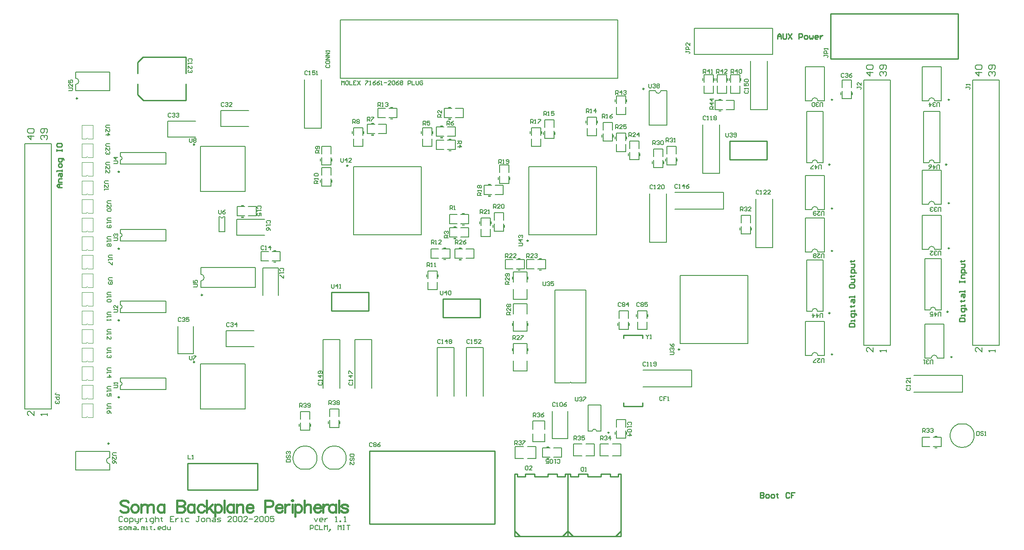
<source format=gto>
%FSLAX24Y24*%
%MOIN*%
G70*
G01*
G75*
G04 Layer_Color=65535*
%ADD10C,0.0080*%
%ADD11R,0.0157X0.0846*%
%ADD12R,0.0157X0.0846*%
%ADD13R,0.0945X0.1024*%
%ADD14R,0.0650X0.0085*%
%ADD15R,0.0846X0.0157*%
%ADD16R,0.0394X0.0433*%
%ADD17R,0.0118X0.0610*%
%ADD18R,0.0846X0.0157*%
%ADD19R,0.0610X0.0118*%
%ADD20R,0.0600X0.0150*%
%ADD21O,0.0600X0.0150*%
%ADD22R,0.0236X0.0866*%
%ADD23R,0.0433X0.0394*%
%ADD24R,0.0866X0.0787*%
%ADD25R,0.0787X0.0866*%
%ADD26R,0.0157X0.0630*%
%ADD27R,0.0630X0.0157*%
%ADD28R,0.0709X0.0630*%
%ADD29R,0.0709X0.0709*%
%ADD30R,0.0512X0.0591*%
%ADD31R,0.0591X0.0512*%
%ADD32R,0.0807X0.0236*%
%ADD33R,0.1024X0.0945*%
%ADD34R,0.1000X0.1400*%
%ADD35R,0.0300X0.0600*%
%ADD36R,0.1417X0.0315*%
%ADD37R,0.1240X0.1360*%
%ADD38R,0.0173X0.0787*%
%ADD39R,0.0173X0.0787*%
%ADD40R,0.0984X0.2362*%
%ADD41O,0.0394X0.0170*%
%ADD42R,0.0394X0.0170*%
%ADD43R,0.0394X0.0236*%
%ADD44R,0.0177X0.0807*%
%ADD45R,0.0177X0.0807*%
%ADD46R,0.0571X0.0118*%
%ADD47C,0.0100*%
%ADD48C,0.0160*%
%ADD49C,0.0070*%
%ADD50C,0.0110*%
%ADD51C,0.0200*%
%ADD52C,0.0120*%
%ADD53C,0.0300*%
%ADD54C,0.0400*%
%ADD55C,0.0500*%
%ADD56C,0.1260*%
%ADD57C,0.1800*%
%ADD58C,0.0600*%
%ADD59R,0.0591X0.0591*%
%ADD60C,0.0591*%
%ADD61C,0.1300*%
%ADD62C,0.0550*%
%ADD63C,0.1024*%
%ADD64C,0.0551*%
%ADD65C,0.1000*%
%ADD66C,0.0250*%
%ADD67C,0.0079*%
%ADD68C,0.0098*%
%ADD69C,0.0060*%
%ADD70C,0.0098*%
%ADD71C,0.0039*%
%ADD72R,0.0079X0.0197*%
%ADD73R,0.0079X0.0197*%
%ADD74C,0.0020*%
%ADD75R,0.0197X0.0079*%
%ADD76R,0.0197X0.0079*%
%ADD77R,0.0079X0.0197*%
%ADD78R,0.0197X0.0079*%
D10*
X61663Y42075D02*
G03*
X61537Y42075I-63J0D01*
G01*
X61663D02*
X62770D01*
X60430D02*
X61537D01*
X60430D02*
Y49075D01*
X62770D01*
Y42075D02*
Y49075D01*
X65170Y65030D02*
Y69431D01*
X44250Y65030D02*
Y69431D01*
X65170D01*
X44250Y65030D02*
X65170D01*
X21783Y60400D02*
X21700Y60483D01*
Y60650D01*
X21783Y60733D01*
X21867D01*
X21950Y60650D01*
Y60567D01*
Y60650D01*
X22033Y60733D01*
X22117D01*
X22200Y60650D01*
Y60483D01*
X22117Y60400D01*
Y60900D02*
X22200Y60983D01*
Y61150D01*
X22117Y61233D01*
X21783D01*
X21700Y61150D01*
Y60983D01*
X21783Y60900D01*
X21867D01*
X21950Y60983D01*
Y61233D01*
X21200Y60650D02*
X20700D01*
X20950Y60400D01*
Y60733D01*
X20783Y60900D02*
X20700Y60983D01*
Y61150D01*
X20783Y61233D01*
X21117D01*
X21200Y61150D01*
Y60983D01*
X21117Y60900D01*
X20783D01*
X21200Y39933D02*
Y39600D01*
X20867Y39933D01*
X20783D01*
X20700Y39850D01*
Y39683D01*
X20783Y39600D01*
X22200D02*
Y39767D01*
Y39683D01*
X21700D01*
X21783Y39600D01*
X93600Y44400D02*
Y44567D01*
Y44483D01*
X93100D01*
X93183Y44400D01*
X92600Y44733D02*
Y44400D01*
X92267Y44733D01*
X92183D01*
X92100Y44650D01*
Y44483D01*
X92183Y44400D01*
X92600Y65450D02*
X92100D01*
X92350Y65200D01*
Y65533D01*
X92183Y65700D02*
X92100Y65783D01*
Y65950D01*
X92183Y66033D01*
X92517D01*
X92600Y65950D01*
Y65783D01*
X92517Y65700D01*
X92183D01*
X93183Y65200D02*
X93100Y65283D01*
Y65450D01*
X93183Y65533D01*
X93267D01*
X93350Y65450D01*
Y65367D01*
Y65450D01*
X93433Y65533D01*
X93517D01*
X93600Y65450D01*
Y65283D01*
X93517Y65200D01*
Y65700D02*
X93600Y65783D01*
Y65950D01*
X93517Y66033D01*
X93183D01*
X93100Y65950D01*
Y65783D01*
X93183Y65700D01*
X93267D01*
X93350Y65783D01*
Y66033D01*
X85400Y44400D02*
Y44567D01*
Y44483D01*
X84900D01*
X84983Y44400D01*
X84400Y44733D02*
Y44400D01*
X84067Y44733D01*
X83983D01*
X83900Y44650D01*
Y44483D01*
X83983Y44400D01*
X84400Y65450D02*
X83900D01*
X84150Y65200D01*
Y65533D01*
X83983Y65700D02*
X83900Y65783D01*
Y65950D01*
X83983Y66033D01*
X84317D01*
X84400Y65950D01*
Y65783D01*
X84317Y65700D01*
X83983D01*
X84983Y65200D02*
X84900Y65283D01*
Y65450D01*
X84983Y65533D01*
X85067D01*
X85150Y65450D01*
Y65367D01*
Y65450D01*
X85233Y65533D01*
X85317D01*
X85400Y65450D01*
Y65283D01*
X85317Y65200D01*
Y65700D02*
X85400Y65783D01*
Y65950D01*
X85317Y66033D01*
X84983D01*
X84900Y65950D01*
Y65783D01*
X84983Y65700D01*
X85067D01*
X85150Y65783D01*
Y66033D01*
D47*
X46449Y33000D02*
Y36937D01*
X55111D01*
X55898D01*
Y31425D02*
Y36937D01*
X46449Y31425D02*
X51174D01*
X46449D02*
Y33000D01*
X51174Y31425D02*
X55898D01*
X65600Y45430D02*
Y45666D01*
X66939D01*
X67017D01*
Y45509D02*
Y45666D01*
Y45430D02*
Y45509D01*
X65600Y40312D02*
Y40548D01*
Y40312D02*
X67017D01*
Y40548D01*
X61400Y30800D02*
Y34200D01*
X65400Y30800D02*
Y34200D01*
X61400Y35200D02*
X61600D01*
Y35000D02*
Y35200D01*
Y35000D02*
X62200D01*
Y35200D01*
X62900D01*
Y35000D02*
Y35200D01*
Y35000D02*
X63900D01*
Y35200D01*
X64600D01*
Y35000D02*
Y35200D01*
Y35000D02*
X65200D01*
Y35200D01*
X65400D01*
Y34200D02*
Y35200D01*
X61400Y34100D02*
Y35200D01*
Y30500D02*
Y31200D01*
Y30500D02*
X65400D01*
Y30800D01*
X61400Y30900D02*
X61800Y30500D01*
X65000D02*
X65400Y30900D01*
X57400Y30800D02*
Y34200D01*
X61400Y30800D02*
Y34200D01*
X57400Y35200D02*
X57600D01*
Y35000D02*
Y35200D01*
Y35000D02*
X58200D01*
Y35200D01*
X58900D01*
Y35000D02*
Y35200D01*
Y35000D02*
X59900D01*
Y35200D01*
X60600D01*
Y35000D02*
Y35200D01*
Y35000D02*
X61200D01*
Y35200D01*
X61400D01*
Y34200D02*
Y35200D01*
X57400Y34100D02*
Y35200D01*
Y30500D02*
Y31200D01*
Y30500D02*
X61400D01*
Y30800D01*
X57400Y30900D02*
X57800Y30500D01*
X61000D02*
X61400Y30900D01*
X52000Y47000D02*
Y48400D01*
X54800D01*
Y47000D02*
Y48400D01*
X52000Y47000D02*
X54800D01*
X32611Y63346D02*
Y64606D01*
X29422Y63346D02*
X32611D01*
X28989Y63780D02*
X29422Y63346D01*
X28989Y63780D02*
Y64606D01*
Y65394D02*
Y66220D01*
X29383Y66614D01*
X32611D01*
Y65394D02*
Y66614D01*
X38030Y34000D02*
Y35000D01*
X32770Y34000D02*
X38030D01*
X32770D02*
Y36000D01*
X38030D01*
Y35000D02*
Y36000D01*
X73600Y58900D02*
X76400D01*
Y60300D01*
X73600D02*
X76400D01*
X73600Y58900D02*
Y60300D01*
X43600Y47500D02*
X46400D01*
Y48900D01*
X43600D02*
X46400D01*
X43600Y47500D02*
Y48900D01*
X81200Y69900D02*
X90800D01*
X81200Y66500D02*
Y69900D01*
Y66500D02*
X90800D01*
Y69900D01*
X75900Y33800D02*
Y33400D01*
X76100D01*
X76167Y33467D01*
Y33533D01*
X76100Y33600D01*
X75900D01*
X76100D01*
X76167Y33667D01*
Y33733D01*
X76100Y33800D01*
X75900D01*
X76367Y33400D02*
X76500D01*
X76566Y33467D01*
Y33600D01*
X76500Y33667D01*
X76367D01*
X76300Y33600D01*
Y33467D01*
X76367Y33400D01*
X76766D02*
X76900D01*
X76966Y33467D01*
Y33600D01*
X76900Y33667D01*
X76766D01*
X76700Y33600D01*
Y33467D01*
X76766Y33400D01*
X77166Y33733D02*
Y33667D01*
X77100D01*
X77233D01*
X77166D01*
Y33467D01*
X77233Y33400D01*
X78099Y33733D02*
X78033Y33800D01*
X77899D01*
X77833Y33733D01*
Y33467D01*
X77899Y33400D01*
X78033D01*
X78099Y33467D01*
X78499Y33800D02*
X78233D01*
Y33600D01*
X78366D01*
X78233D01*
Y33400D01*
X90900Y46700D02*
X91300D01*
Y46900D01*
X91233Y46967D01*
X90967D01*
X90900Y46900D01*
Y46700D01*
X91300Y47100D02*
Y47233D01*
Y47167D01*
X91033D01*
Y47100D01*
X91433Y47566D02*
Y47633D01*
X91367Y47700D01*
X91033D01*
Y47500D01*
X91100Y47433D01*
X91233D01*
X91300Y47500D01*
Y47700D01*
Y47833D02*
Y47966D01*
Y47900D01*
X91033D01*
Y47833D01*
X90967Y48233D02*
X91033D01*
Y48166D01*
Y48299D01*
Y48233D01*
X91233D01*
X91300Y48299D01*
X91033Y48566D02*
Y48699D01*
X91100Y48766D01*
X91300D01*
Y48566D01*
X91233Y48499D01*
X91167Y48566D01*
Y48766D01*
X91300Y48899D02*
Y49033D01*
Y48966D01*
X90900D01*
Y48899D01*
Y49632D02*
Y49766D01*
Y49699D01*
X91300D01*
Y49632D01*
Y49766D01*
Y49966D02*
X91033D01*
Y50166D01*
X91100Y50232D01*
X91300D01*
X91433Y50365D02*
X91033D01*
Y50565D01*
X91100Y50632D01*
X91233D01*
X91300Y50565D01*
Y50365D01*
X91033Y50765D02*
X91233D01*
X91300Y50832D01*
Y51032D01*
X91033D01*
X90967Y51232D02*
X91033D01*
Y51165D01*
Y51299D01*
Y51232D01*
X91233D01*
X91300Y51299D01*
X82600Y46300D02*
X83000D01*
Y46500D01*
X82933Y46567D01*
X82667D01*
X82600Y46500D01*
Y46300D01*
X83000Y46700D02*
Y46833D01*
Y46767D01*
X82733D01*
Y46700D01*
X83133Y47166D02*
Y47233D01*
X83067Y47300D01*
X82733D01*
Y47100D01*
X82800Y47033D01*
X82933D01*
X83000Y47100D01*
Y47300D01*
Y47433D02*
Y47566D01*
Y47500D01*
X82733D01*
Y47433D01*
X82667Y47833D02*
X82733D01*
Y47766D01*
Y47899D01*
Y47833D01*
X82933D01*
X83000Y47899D01*
X82733Y48166D02*
Y48299D01*
X82800Y48366D01*
X83000D01*
Y48166D01*
X82933Y48099D01*
X82867Y48166D01*
Y48366D01*
X83000Y48499D02*
Y48633D01*
Y48566D01*
X82600D01*
Y48499D01*
Y49432D02*
Y49299D01*
X82667Y49232D01*
X82933D01*
X83000Y49299D01*
Y49432D01*
X82933Y49499D01*
X82667D01*
X82600Y49432D01*
X82733Y49632D02*
X82933D01*
X83000Y49699D01*
Y49899D01*
X82733D01*
X82667Y50099D02*
X82733D01*
Y50032D01*
Y50165D01*
Y50099D01*
X82933D01*
X83000Y50165D01*
X83133Y50365D02*
X82733D01*
Y50565D01*
X82800Y50632D01*
X82933D01*
X83000Y50565D01*
Y50365D01*
X82733Y50765D02*
X82933D01*
X83000Y50832D01*
Y51032D01*
X82733D01*
X82667Y51232D02*
X82733D01*
Y51165D01*
Y51298D01*
Y51232D01*
X82933D01*
X83000Y51298D01*
X77200Y68000D02*
Y68267D01*
X77333Y68400D01*
X77467Y68267D01*
Y68000D01*
Y68200D01*
X77200D01*
X77600Y68400D02*
Y68067D01*
X77667Y68000D01*
X77800D01*
X77866Y68067D01*
Y68400D01*
X78000D02*
X78266Y68000D01*
Y68400D02*
X78000Y68000D01*
X78799D02*
Y68400D01*
X78999D01*
X79066Y68333D01*
Y68200D01*
X78999Y68133D01*
X78799D01*
X79266Y68000D02*
X79399D01*
X79466Y68067D01*
Y68200D01*
X79399Y68267D01*
X79266D01*
X79199Y68200D01*
Y68067D01*
X79266Y68000D01*
X79599Y68267D02*
Y68067D01*
X79666Y68000D01*
X79733Y68067D01*
X79799Y68000D01*
X79866Y68067D01*
Y68267D01*
X80199Y68000D02*
X80066D01*
X79999Y68067D01*
Y68200D01*
X80066Y68267D01*
X80199D01*
X80266Y68200D01*
Y68133D01*
X79999D01*
X80399Y68267D02*
Y68000D01*
Y68133D01*
X80466Y68200D01*
X80532Y68267D01*
X80599D01*
X23300Y56800D02*
X23033D01*
X22900Y56933D01*
X23033Y57067D01*
X23300D01*
X23100D01*
Y56800D01*
X23300Y57200D02*
X23033D01*
Y57400D01*
X23100Y57466D01*
X23300D01*
X23033Y57666D02*
Y57800D01*
X23100Y57866D01*
X23300D01*
Y57666D01*
X23233Y57600D01*
X23167Y57666D01*
Y57866D01*
X23300Y58000D02*
Y58133D01*
Y58066D01*
X22900D01*
Y58000D01*
X23300Y58399D02*
Y58533D01*
X23233Y58599D01*
X23100D01*
X23033Y58533D01*
Y58399D01*
X23100Y58333D01*
X23233D01*
X23300Y58399D01*
X23433Y58866D02*
Y58933D01*
X23367Y58999D01*
X23033D01*
Y58799D01*
X23100Y58733D01*
X23233D01*
X23300Y58799D01*
Y58999D01*
X22900Y59532D02*
Y59666D01*
Y59599D01*
X23300D01*
Y59532D01*
Y59666D01*
X22900Y60066D02*
Y59932D01*
X22967Y59866D01*
X23233D01*
X23300Y59932D01*
Y60066D01*
X23233Y60132D01*
X22967D01*
X22900Y60066D01*
D48*
X28300Y33071D02*
X28214Y33157D01*
X28086Y33200D01*
X27914D01*
X27786Y33157D01*
X27700Y33071D01*
Y32986D01*
X27743Y32900D01*
X27786Y32857D01*
X27871Y32814D01*
X28128Y32728D01*
X28214Y32686D01*
X28257Y32643D01*
X28300Y32557D01*
Y32429D01*
X28214Y32343D01*
X28086Y32300D01*
X27914D01*
X27786Y32343D01*
X27700Y32429D01*
X28716Y32900D02*
X28630Y32857D01*
X28544Y32771D01*
X28501Y32643D01*
Y32557D01*
X28544Y32429D01*
X28630Y32343D01*
X28716Y32300D01*
X28844D01*
X28930Y32343D01*
X29015Y32429D01*
X29058Y32557D01*
Y32643D01*
X29015Y32771D01*
X28930Y32857D01*
X28844Y32900D01*
X28716D01*
X29255D02*
Y32300D01*
Y32728D02*
X29384Y32857D01*
X29470Y32900D01*
X29598D01*
X29684Y32857D01*
X29727Y32728D01*
Y32300D01*
Y32728D02*
X29855Y32857D01*
X29941Y32900D01*
X30069D01*
X30155Y32857D01*
X30198Y32728D01*
Y32300D01*
X30995Y32900D02*
Y32300D01*
Y32771D02*
X30909Y32857D01*
X30824Y32900D01*
X30695D01*
X30609Y32857D01*
X30524Y32771D01*
X30481Y32643D01*
Y32557D01*
X30524Y32429D01*
X30609Y32343D01*
X30695Y32300D01*
X30824D01*
X30909Y32343D01*
X30995Y32429D01*
X31942Y33200D02*
Y32300D01*
Y33200D02*
X32328D01*
X32456Y33157D01*
X32499Y33114D01*
X32542Y33028D01*
Y32943D01*
X32499Y32857D01*
X32456Y32814D01*
X32328Y32771D01*
X31942D02*
X32328D01*
X32456Y32728D01*
X32499Y32686D01*
X32542Y32600D01*
Y32471D01*
X32499Y32386D01*
X32456Y32343D01*
X32328Y32300D01*
X31942D01*
X33257Y32900D02*
Y32300D01*
Y32771D02*
X33172Y32857D01*
X33086Y32900D01*
X32957D01*
X32872Y32857D01*
X32786Y32771D01*
X32743Y32643D01*
Y32557D01*
X32786Y32429D01*
X32872Y32343D01*
X32957Y32300D01*
X33086D01*
X33172Y32343D01*
X33257Y32429D01*
X34012Y32771D02*
X33926Y32857D01*
X33840Y32900D01*
X33712D01*
X33626Y32857D01*
X33540Y32771D01*
X33497Y32643D01*
Y32557D01*
X33540Y32429D01*
X33626Y32343D01*
X33712Y32300D01*
X33840D01*
X33926Y32343D01*
X34012Y32429D01*
X34204Y33200D02*
Y32300D01*
X34633Y32900D02*
X34204Y32471D01*
X34376Y32643D02*
X34676Y32300D01*
X34817Y32900D02*
Y32000D01*
Y32771D02*
X34903Y32857D01*
X34988Y32900D01*
X35117D01*
X35203Y32857D01*
X35288Y32771D01*
X35331Y32643D01*
Y32557D01*
X35288Y32429D01*
X35203Y32343D01*
X35117Y32300D01*
X34988D01*
X34903Y32343D01*
X34817Y32429D01*
X35524Y33200D02*
Y32300D01*
X36227Y32900D02*
Y32300D01*
Y32771D02*
X36141Y32857D01*
X36055Y32900D01*
X35927D01*
X35841Y32857D01*
X35755Y32771D01*
X35713Y32643D01*
Y32557D01*
X35755Y32429D01*
X35841Y32343D01*
X35927Y32300D01*
X36055D01*
X36141Y32343D01*
X36227Y32429D01*
X36467Y32900D02*
Y32300D01*
Y32728D02*
X36595Y32857D01*
X36681Y32900D01*
X36809D01*
X36895Y32857D01*
X36938Y32728D01*
Y32300D01*
X37174Y32643D02*
X37688D01*
Y32728D01*
X37645Y32814D01*
X37602Y32857D01*
X37516Y32900D01*
X37388D01*
X37302Y32857D01*
X37217Y32771D01*
X37174Y32643D01*
Y32557D01*
X37217Y32429D01*
X37302Y32343D01*
X37388Y32300D01*
X37516D01*
X37602Y32343D01*
X37688Y32429D01*
X38588Y32728D02*
X38973D01*
X39102Y32771D01*
X39145Y32814D01*
X39188Y32900D01*
Y33028D01*
X39145Y33114D01*
X39102Y33157D01*
X38973Y33200D01*
X38588D01*
Y32300D01*
X39389Y32643D02*
X39903D01*
Y32728D01*
X39860Y32814D01*
X39817Y32857D01*
X39732Y32900D01*
X39603D01*
X39517Y32857D01*
X39432Y32771D01*
X39389Y32643D01*
Y32557D01*
X39432Y32429D01*
X39517Y32343D01*
X39603Y32300D01*
X39732D01*
X39817Y32343D01*
X39903Y32429D01*
X40096Y32900D02*
Y32300D01*
Y32643D02*
X40139Y32771D01*
X40224Y32857D01*
X40310Y32900D01*
X40439D01*
X40606Y33200D02*
X40649Y33157D01*
X40691Y33200D01*
X40649Y33243D01*
X40606Y33200D01*
X40649Y32900D02*
Y32300D01*
X40850Y32900D02*
Y32000D01*
Y32771D02*
X40936Y32857D01*
X41021Y32900D01*
X41150D01*
X41236Y32857D01*
X41321Y32771D01*
X41364Y32643D01*
Y32557D01*
X41321Y32429D01*
X41236Y32343D01*
X41150Y32300D01*
X41021D01*
X40936Y32343D01*
X40850Y32429D01*
X41557Y33200D02*
Y32300D01*
Y32728D02*
X41686Y32857D01*
X41771Y32900D01*
X41900D01*
X41986Y32857D01*
X42028Y32728D01*
Y32300D01*
X42264Y32643D02*
X42778D01*
Y32728D01*
X42735Y32814D01*
X42692Y32857D01*
X42607Y32900D01*
X42478D01*
X42393Y32857D01*
X42307Y32771D01*
X42264Y32643D01*
Y32557D01*
X42307Y32429D01*
X42393Y32343D01*
X42478Y32300D01*
X42607D01*
X42692Y32343D01*
X42778Y32429D01*
X42971Y32900D02*
Y32300D01*
Y32643D02*
X43014Y32771D01*
X43100Y32857D01*
X43185Y32900D01*
X43314D01*
X43909D02*
Y32300D01*
Y32771D02*
X43824Y32857D01*
X43738Y32900D01*
X43609D01*
X43524Y32857D01*
X43438Y32771D01*
X43395Y32643D01*
Y32557D01*
X43438Y32429D01*
X43524Y32343D01*
X43609Y32300D01*
X43738D01*
X43824Y32343D01*
X43909Y32429D01*
X44149Y33200D02*
Y32300D01*
X44809Y32771D02*
X44766Y32857D01*
X44638Y32900D01*
X44509D01*
X44381Y32857D01*
X44338Y32771D01*
X44381Y32686D01*
X44466Y32643D01*
X44681Y32600D01*
X44766Y32557D01*
X44809Y32471D01*
Y32429D01*
X44766Y32343D01*
X44638Y32300D01*
X44509D01*
X44381Y32343D01*
X44338Y32429D01*
D49*
X80700Y66800D02*
Y66700D01*
Y66750D01*
X80950D01*
X81000Y66700D01*
Y66650D01*
X80950Y66600D01*
X81000Y66900D02*
X80700D01*
Y67050D01*
X80750Y67100D01*
X80850D01*
X80900Y67050D01*
Y66900D01*
X81000Y67200D02*
Y67300D01*
Y67250D01*
X80700D01*
X80750Y67200D01*
X41800Y65530D02*
X41750Y65580D01*
X41650D01*
X41600Y65530D01*
Y65330D01*
X41650Y65280D01*
X41750D01*
X41800Y65330D01*
X41900Y65280D02*
X42000D01*
X41950D01*
Y65580D01*
X41900Y65530D01*
X42350Y65580D02*
X42150D01*
Y65430D01*
X42250Y65480D01*
X42300D01*
X42350Y65430D01*
Y65330D01*
X42300Y65280D01*
X42200D01*
X42150Y65330D01*
X42450Y65280D02*
X42550D01*
X42500D01*
Y65580D01*
X42450Y65530D01*
X74750Y64100D02*
X74700Y64050D01*
Y63950D01*
X74750Y63900D01*
X74950D01*
X75000Y63950D01*
Y64050D01*
X74950Y64100D01*
X75000Y64200D02*
Y64300D01*
Y64250D01*
X74700D01*
X74750Y64200D01*
X74700Y64650D02*
Y64450D01*
X74850D01*
X74800Y64550D01*
Y64600D01*
X74850Y64650D01*
X74950D01*
X75000Y64600D01*
Y64500D01*
X74950Y64450D01*
X74750Y64750D02*
X74700Y64800D01*
Y64900D01*
X74750Y64950D01*
X74950D01*
X75000Y64900D01*
Y64800D01*
X74950Y64750D01*
X74750D01*
X42650Y42100D02*
X42600Y42050D01*
Y41950D01*
X42650Y41900D01*
X42850D01*
X42900Y41950D01*
Y42050D01*
X42850Y42100D01*
X42900Y42200D02*
Y42300D01*
Y42250D01*
X42600D01*
X42650Y42200D01*
X42900Y42600D02*
X42600D01*
X42750Y42450D01*
Y42650D01*
X42850Y42750D02*
X42900Y42800D01*
Y42900D01*
X42850Y42950D01*
X42650D01*
X42600Y42900D01*
Y42800D01*
X42650Y42750D01*
X42700D01*
X42750Y42800D01*
Y42950D01*
X51800Y45290D02*
X51750Y45340D01*
X51650D01*
X51600Y45290D01*
Y45090D01*
X51650Y45040D01*
X51750D01*
X51800Y45090D01*
X51900Y45040D02*
X52000D01*
X51950D01*
Y45340D01*
X51900Y45290D01*
X52300Y45040D02*
Y45340D01*
X52150Y45190D01*
X52350D01*
X52450Y45290D02*
X52500Y45340D01*
X52600D01*
X52650Y45290D01*
Y45240D01*
X52600Y45190D01*
X52650Y45140D01*
Y45090D01*
X52600Y45040D01*
X52500D01*
X52450Y45090D01*
Y45140D01*
X52500Y45190D01*
X52450Y45240D01*
Y45290D01*
X52500Y45190D02*
X52600D01*
X44950Y42100D02*
X44900Y42050D01*
Y41950D01*
X44950Y41900D01*
X45150D01*
X45200Y41950D01*
Y42050D01*
X45150Y42100D01*
X45200Y42200D02*
Y42300D01*
Y42250D01*
X44900D01*
X44950Y42200D01*
X45200Y42600D02*
X44900D01*
X45050Y42450D01*
Y42650D01*
X44900Y42750D02*
Y42950D01*
X44950D01*
X45150Y42750D01*
X45200D01*
X69660Y56990D02*
X69610Y57040D01*
X69510D01*
X69460Y56990D01*
Y56790D01*
X69510Y56740D01*
X69610D01*
X69660Y56790D01*
X69760Y56740D02*
X69860D01*
X69810D01*
Y57040D01*
X69760Y56990D01*
X70160Y56740D02*
Y57040D01*
X70010Y56890D01*
X70210D01*
X70510Y57040D02*
X70410Y56990D01*
X70310Y56890D01*
Y56790D01*
X70360Y56740D01*
X70460D01*
X70510Y56790D01*
Y56840D01*
X70460Y56890D01*
X70310D01*
X41200Y40220D02*
Y40520D01*
X41350D01*
X41400Y40470D01*
Y40370D01*
X41350Y40320D01*
X41200D01*
X41300D02*
X41400Y40220D01*
X41500Y40470D02*
X41550Y40520D01*
X41650D01*
X41700Y40470D01*
Y40420D01*
X41650Y40370D01*
X41600D01*
X41650D01*
X41700Y40320D01*
Y40270D01*
X41650Y40220D01*
X41550D01*
X41500Y40270D01*
X41800D02*
X41850Y40220D01*
X41950D01*
X42000Y40270D01*
Y40470D01*
X41950Y40520D01*
X41850D01*
X41800Y40470D01*
Y40420D01*
X41850Y40370D01*
X42000D01*
X43400Y40420D02*
Y40720D01*
X43550D01*
X43600Y40670D01*
Y40570D01*
X43550Y40520D01*
X43400D01*
X43500D02*
X43600Y40420D01*
X43700Y40670D02*
X43750Y40720D01*
X43850D01*
X43900Y40670D01*
Y40620D01*
X43850Y40570D01*
X43800D01*
X43850D01*
X43900Y40520D01*
Y40470D01*
X43850Y40420D01*
X43750D01*
X43700Y40470D01*
X44000Y40670D02*
X44050Y40720D01*
X44150D01*
X44200Y40670D01*
Y40620D01*
X44150Y40570D01*
X44200Y40520D01*
Y40470D01*
X44150Y40420D01*
X44050D01*
X44000Y40470D01*
Y40520D01*
X44050Y40570D01*
X44000Y40620D01*
Y40670D01*
X44050Y40570D02*
X44150D01*
X40200Y36100D02*
X40500D01*
Y36250D01*
X40450Y36300D01*
X40250D01*
X40200Y36250D01*
Y36100D01*
X40250Y36600D02*
X40200Y36550D01*
Y36450D01*
X40250Y36400D01*
X40300D01*
X40350Y36450D01*
Y36550D01*
X40400Y36600D01*
X40450D01*
X40500Y36550D01*
Y36450D01*
X40450Y36400D01*
X40250Y36700D02*
X40200Y36750D01*
Y36850D01*
X40250Y36900D01*
X40300D01*
X40350Y36850D01*
Y36800D01*
Y36850D01*
X40400Y36900D01*
X40450D01*
X40500Y36850D01*
Y36750D01*
X40450Y36700D01*
X45300Y36700D02*
X45000D01*
Y36550D01*
X45050Y36500D01*
X45250D01*
X45300Y36550D01*
Y36700D01*
X45250Y36200D02*
X45300Y36250D01*
Y36350D01*
X45250Y36400D01*
X45200D01*
X45150Y36350D01*
Y36250D01*
X45100Y36200D01*
X45050D01*
X45000Y36250D01*
Y36350D01*
X45050Y36400D01*
X45000Y35900D02*
Y36100D01*
X45200Y35900D01*
X45250D01*
X45300Y35950D01*
Y36050D01*
X45250Y36100D01*
X38500Y52350D02*
X38450Y52400D01*
X38350D01*
X38300Y52350D01*
Y52150D01*
X38350Y52100D01*
X38450D01*
X38500Y52150D01*
X38600Y52100D02*
X38700D01*
X38650D01*
Y52400D01*
X38600Y52350D01*
X39000Y52100D02*
Y52400D01*
X38850Y52250D01*
X39050D01*
X38250Y55200D02*
X38300Y55250D01*
Y55350D01*
X38250Y55400D01*
X38050D01*
X38000Y55350D01*
Y55250D01*
X38050Y55200D01*
X38000Y55100D02*
Y55000D01*
Y55050D01*
X38300D01*
X38250Y55100D01*
X38300Y54650D02*
Y54850D01*
X38150D01*
X38200Y54750D01*
Y54700D01*
X38150Y54650D01*
X38050D01*
X38000Y54700D01*
Y54800D01*
X38050Y54850D01*
X38950Y54100D02*
X39000Y54150D01*
Y54250D01*
X38950Y54300D01*
X38750D01*
X38700Y54250D01*
Y54150D01*
X38750Y54100D01*
X38700Y54000D02*
Y53900D01*
Y53950D01*
X39000D01*
X38950Y54000D01*
X39000Y53550D02*
X38950Y53650D01*
X38850Y53750D01*
X38750D01*
X38700Y53700D01*
Y53600D01*
X38750Y53550D01*
X38800D01*
X38850Y53600D01*
Y53750D01*
X39950Y50500D02*
X40000Y50550D01*
Y50650D01*
X39950Y50700D01*
X39750D01*
X39700Y50650D01*
Y50550D01*
X39750Y50500D01*
X39700Y50400D02*
Y50300D01*
Y50350D01*
X40000D01*
X39950Y50400D01*
X40000Y50150D02*
Y49950D01*
X39950D01*
X39750Y50150D01*
X39700D01*
X35490Y63150D02*
X35440Y63200D01*
X35340D01*
X35290Y63150D01*
Y62950D01*
X35340Y62900D01*
X35440D01*
X35490Y62950D01*
X35590Y63150D02*
X35640Y63200D01*
X35740D01*
X35790Y63150D01*
Y63100D01*
X35740Y63050D01*
X35690D01*
X35740D01*
X35790Y63000D01*
Y62950D01*
X35740Y62900D01*
X35640D01*
X35590Y62950D01*
X36090Y62900D02*
X35890D01*
X36090Y63100D01*
Y63150D01*
X36040Y63200D01*
X35940D01*
X35890Y63150D01*
X31490Y62350D02*
X31440Y62400D01*
X31340D01*
X31290Y62350D01*
Y62150D01*
X31340Y62100D01*
X31440D01*
X31490Y62150D01*
X31590Y62350D02*
X31640Y62400D01*
X31740D01*
X31790Y62350D01*
Y62300D01*
X31740Y62250D01*
X31690D01*
X31740D01*
X31790Y62200D01*
Y62150D01*
X31740Y62100D01*
X31640D01*
X31590Y62150D01*
X31890Y62350D02*
X31940Y62400D01*
X32040D01*
X32090Y62350D01*
Y62300D01*
X32040Y62250D01*
X31990D01*
X32040D01*
X32090Y62200D01*
Y62150D01*
X32040Y62100D01*
X31940D01*
X31890Y62150D01*
X35890Y46550D02*
X35840Y46600D01*
X35740D01*
X35690Y46550D01*
Y46350D01*
X35740Y46300D01*
X35840D01*
X35890Y46350D01*
X35990Y46550D02*
X36040Y46600D01*
X36140D01*
X36190Y46550D01*
Y46500D01*
X36140Y46450D01*
X36090D01*
X36140D01*
X36190Y46400D01*
Y46350D01*
X36140Y46300D01*
X36040D01*
X35990Y46350D01*
X36440Y46300D02*
Y46600D01*
X36290Y46450D01*
X36490D01*
X32240Y46940D02*
X32190Y46990D01*
X32090D01*
X32040Y46940D01*
Y46740D01*
X32090Y46690D01*
X32190D01*
X32240Y46740D01*
X32340Y46940D02*
X32390Y46990D01*
X32490D01*
X32540Y46940D01*
Y46890D01*
X32490Y46840D01*
X32440D01*
X32490D01*
X32540Y46790D01*
Y46740D01*
X32490Y46690D01*
X32390D01*
X32340Y46740D01*
X32840Y46990D02*
X32640D01*
Y46840D01*
X32740Y46890D01*
X32790D01*
X32840Y46840D01*
Y46740D01*
X32790Y46690D01*
X32690D01*
X32640Y46740D01*
X65400Y48070D02*
X65350Y48120D01*
X65250D01*
X65200Y48070D01*
Y47870D01*
X65250Y47820D01*
X65350D01*
X65400Y47870D01*
X65500Y48070D02*
X65550Y48120D01*
X65650D01*
X65700Y48070D01*
Y48020D01*
X65650Y47970D01*
X65700Y47920D01*
Y47870D01*
X65650Y47820D01*
X65550D01*
X65500Y47870D01*
Y47920D01*
X65550Y47970D01*
X65500Y48020D01*
Y48070D01*
X65550Y47970D02*
X65650D01*
X65950Y47820D02*
Y48120D01*
X65800Y47970D01*
X66000D01*
X66800Y48070D02*
X66750Y48120D01*
X66650D01*
X66600Y48070D01*
Y47870D01*
X66650Y47820D01*
X66750D01*
X66800Y47870D01*
X66900Y48070D02*
X66950Y48120D01*
X67050D01*
X67100Y48070D01*
Y48020D01*
X67050Y47970D01*
X67100Y47920D01*
Y47870D01*
X67050Y47820D01*
X66950D01*
X66900Y47870D01*
Y47920D01*
X66950Y47970D01*
X66900Y48020D01*
Y48070D01*
X66950Y47970D02*
X67050D01*
X67400Y48120D02*
X67200D01*
Y47970D01*
X67300Y48020D01*
X67350D01*
X67400Y47970D01*
Y47870D01*
X67350Y47820D01*
X67250D01*
X67200Y47870D01*
X46670Y37510D02*
X46620Y37560D01*
X46520D01*
X46470Y37510D01*
Y37310D01*
X46520Y37260D01*
X46620D01*
X46670Y37310D01*
X46770Y37510D02*
X46820Y37560D01*
X46920D01*
X46970Y37510D01*
Y37460D01*
X46920Y37410D01*
X46970Y37360D01*
Y37310D01*
X46920Y37260D01*
X46820D01*
X46770Y37310D01*
Y37360D01*
X46820Y37410D01*
X46770Y37460D01*
Y37510D01*
X46820Y37410D02*
X46920D01*
X47270Y37560D02*
X47170Y37510D01*
X47070Y37410D01*
Y37310D01*
X47120Y37260D01*
X47220D01*
X47270Y37310D01*
Y37360D01*
X47220Y37410D01*
X47070D01*
X66150Y38900D02*
X66200Y38950D01*
Y39050D01*
X66150Y39100D01*
X65950D01*
X65900Y39050D01*
Y38950D01*
X65950Y38900D01*
X65900Y38800D02*
Y38700D01*
Y38750D01*
X66200D01*
X66150Y38800D01*
Y38550D02*
X66200Y38500D01*
Y38400D01*
X66150Y38350D01*
X65950D01*
X65900Y38400D01*
Y38500D01*
X65950Y38550D01*
X66150D01*
X65900Y38100D02*
X66200D01*
X66050Y38250D01*
Y38050D01*
X60600Y36050D02*
X60650Y36000D01*
X60750D01*
X60800Y36050D01*
Y36250D01*
X60750Y36300D01*
X60650D01*
X60600Y36250D01*
X60500Y36300D02*
X60400D01*
X60450D01*
Y36000D01*
X60500Y36050D01*
X60250D02*
X60200Y36000D01*
X60100D01*
X60050Y36050D01*
Y36250D01*
X60100Y36300D01*
X60200D01*
X60250Y36250D01*
Y36050D01*
X59750Y36000D02*
X59950D01*
Y36150D01*
X59850Y36100D01*
X59800D01*
X59750Y36150D01*
Y36250D01*
X59800Y36300D01*
X59900D01*
X59950Y36250D01*
X60440Y40540D02*
X60390Y40590D01*
X60290D01*
X60240Y40540D01*
Y40340D01*
X60290Y40290D01*
X60390D01*
X60440Y40340D01*
X60540Y40290D02*
X60640D01*
X60590D01*
Y40590D01*
X60540Y40540D01*
X60790D02*
X60840Y40590D01*
X60940D01*
X60990Y40540D01*
Y40340D01*
X60940Y40290D01*
X60840D01*
X60790Y40340D01*
Y40540D01*
X61290Y40590D02*
X61190Y40540D01*
X61090Y40440D01*
Y40340D01*
X61140Y40290D01*
X61240D01*
X61290Y40340D01*
Y40390D01*
X61240Y40440D01*
X61090D01*
X68510Y40980D02*
X68460Y41030D01*
X68360D01*
X68310Y40980D01*
Y40780D01*
X68360Y40730D01*
X68460D01*
X68510Y40780D01*
X68810Y41030D02*
X68610D01*
Y40880D01*
X68710D01*
X68610D01*
Y40730D01*
X68910D02*
X69010D01*
X68960D01*
Y41030D01*
X68910Y40980D01*
X43210Y66030D02*
X43160Y65980D01*
Y65880D01*
X43210Y65830D01*
X43410D01*
X43460Y65880D01*
Y65980D01*
X43410Y66030D01*
X43160Y66280D02*
Y66180D01*
X43210Y66130D01*
X43410D01*
X43460Y66180D01*
Y66280D01*
X43410Y66330D01*
X43210D01*
X43160Y66280D01*
X43460Y66430D02*
X43160D01*
X43460Y66630D01*
X43160D01*
X43460Y66730D02*
X43160D01*
X43460Y66930D01*
X43160D01*
X43460Y67030D02*
Y67130D01*
Y67080D01*
X43160D01*
X43210Y67030D01*
X92200Y38400D02*
Y38100D01*
X92350D01*
X92400Y38150D01*
Y38350D01*
X92350Y38400D01*
X92200D01*
X92700Y38350D02*
X92650Y38400D01*
X92550D01*
X92500Y38350D01*
Y38300D01*
X92550Y38250D01*
X92650D01*
X92700Y38200D01*
Y38150D01*
X92650Y38100D01*
X92550D01*
X92500Y38150D01*
X92800Y38100D02*
X92900D01*
X92850D01*
Y38400D01*
X92800Y38350D01*
X23100Y41100D02*
Y41200D01*
Y41150D01*
X22850D01*
X22800Y41200D01*
Y41250D01*
X22850Y41300D01*
X22800Y41000D02*
X23100D01*
Y40850D01*
X23050Y40800D01*
X22950D01*
X22900Y40850D01*
Y41000D01*
X23050Y40700D02*
X23100Y40650D01*
Y40550D01*
X23050Y40500D01*
X23000D01*
X22950Y40550D01*
Y40600D01*
Y40550D01*
X22900Y40500D01*
X22850D01*
X22800Y40550D01*
Y40650D01*
X22850Y40700D01*
X62550Y35700D02*
X62450D01*
X62400Y35650D01*
Y35450D01*
X62450Y35400D01*
X62550D01*
X62600Y35450D01*
Y35650D01*
X62550Y35700D01*
X62700Y35400D02*
X62800D01*
X62750D01*
Y35700D01*
X62700Y35650D01*
X58350Y35800D02*
X58250D01*
X58200Y35750D01*
Y35550D01*
X58250Y35500D01*
X58350D01*
X58400Y35550D01*
Y35750D01*
X58350Y35800D01*
X58700Y35500D02*
X58500D01*
X58700Y35700D01*
Y35750D01*
X58650Y35800D01*
X58550D01*
X58500Y35750D01*
X52520Y55140D02*
Y55440D01*
X52670D01*
X52720Y55390D01*
Y55290D01*
X52670Y55240D01*
X52520D01*
X52620D02*
X52720Y55140D01*
X52820D02*
X52920D01*
X52870D01*
Y55440D01*
X52820Y55390D01*
X51900Y62100D02*
X51600D01*
Y62250D01*
X51650Y62300D01*
X51750D01*
X51800Y62250D01*
Y62100D01*
Y62200D02*
X51900Y62300D01*
Y62600D02*
Y62400D01*
X51700Y62600D01*
X51650D01*
X51600Y62550D01*
Y62450D01*
X51650Y62400D01*
X52400Y53000D02*
X52100D01*
Y53150D01*
X52150Y53200D01*
X52250D01*
X52300Y53150D01*
Y53000D01*
Y53100D02*
X52400Y53200D01*
X52150Y53300D02*
X52100Y53350D01*
Y53450D01*
X52150Y53500D01*
X52200D01*
X52250Y53450D01*
Y53400D01*
Y53450D01*
X52300Y53500D01*
X52350D01*
X52400Y53450D01*
Y53350D01*
X52350Y53300D01*
X53100Y60300D02*
X53400D01*
Y60150D01*
X53350Y60100D01*
X53250D01*
X53200Y60150D01*
Y60300D01*
Y60200D02*
X53100Y60100D01*
Y59850D02*
X53400D01*
X53250Y60000D01*
Y59800D01*
X50500Y61500D02*
Y61800D01*
X50650D01*
X50700Y61750D01*
Y61650D01*
X50650Y61600D01*
X50500D01*
X50600D02*
X50700Y61500D01*
X51000Y61800D02*
X50800D01*
Y61650D01*
X50900Y61700D01*
X50950D01*
X51000Y61650D01*
Y61550D01*
X50950Y61500D01*
X50850D01*
X50800Y61550D01*
X52300Y61500D02*
Y61800D01*
X52450D01*
X52500Y61750D01*
Y61650D01*
X52450Y61600D01*
X52300D01*
X52400D02*
X52500Y61500D01*
X52800Y61800D02*
X52700Y61750D01*
X52600Y61650D01*
Y61550D01*
X52650Y61500D01*
X52750D01*
X52800Y61550D01*
Y61600D01*
X52750Y61650D01*
X52600D01*
X46300Y61800D02*
Y62100D01*
X46450D01*
X46500Y62050D01*
Y61950D01*
X46450Y61900D01*
X46300D01*
X46400D02*
X46500Y61800D01*
X46600Y62100D02*
X46800D01*
Y62050D01*
X46600Y61850D01*
Y61800D01*
X45200Y61620D02*
Y61920D01*
X45350D01*
X45400Y61870D01*
Y61770D01*
X45350Y61720D01*
X45200D01*
X45300D02*
X45400Y61620D01*
X45500Y61870D02*
X45550Y61920D01*
X45650D01*
X45700Y61870D01*
Y61820D01*
X45650Y61770D01*
X45700Y61720D01*
Y61670D01*
X45650Y61620D01*
X45550D01*
X45500Y61670D01*
Y61720D01*
X45550Y61770D01*
X45500Y61820D01*
Y61870D01*
X45550Y61770D02*
X45650D01*
X42700Y59400D02*
X42400D01*
Y59550D01*
X42450Y59600D01*
X42550D01*
X42600Y59550D01*
Y59400D01*
Y59500D02*
X42700Y59600D01*
X42650Y59700D02*
X42700Y59750D01*
Y59850D01*
X42650Y59900D01*
X42450D01*
X42400Y59850D01*
Y59750D01*
X42450Y59700D01*
X42500D01*
X42550Y59750D01*
Y59900D01*
X42600Y57100D02*
X42300D01*
Y57250D01*
X42350Y57300D01*
X42450D01*
X42500Y57250D01*
Y57100D01*
Y57200D02*
X42600Y57300D01*
Y57400D02*
Y57500D01*
Y57450D01*
X42300D01*
X42350Y57400D01*
Y57650D02*
X42300Y57700D01*
Y57800D01*
X42350Y57850D01*
X42550D01*
X42600Y57800D01*
Y57700D01*
X42550Y57650D01*
X42350D01*
X50800Y50820D02*
Y51120D01*
X50950D01*
X51000Y51070D01*
Y50970D01*
X50950Y50920D01*
X50800D01*
X50900D02*
X51000Y50820D01*
X51100D02*
X51200D01*
X51150D01*
Y51120D01*
X51100Y51070D01*
X51350Y50820D02*
X51450D01*
X51400D01*
Y51120D01*
X51350Y51070D01*
X51120Y52540D02*
Y52840D01*
X51270D01*
X51320Y52790D01*
Y52690D01*
X51270Y52640D01*
X51120D01*
X51220D02*
X51320Y52540D01*
X51420D02*
X51520D01*
X51470D01*
Y52840D01*
X51420Y52790D01*
X51870Y52540D02*
X51670D01*
X51870Y52740D01*
Y52790D01*
X51820Y52840D01*
X51720D01*
X51670Y52790D01*
X47100Y62900D02*
Y63200D01*
X47250D01*
X47300Y63150D01*
Y63050D01*
X47250Y63000D01*
X47100D01*
X47200D02*
X47300Y62900D01*
X47400D02*
X47500D01*
X47450D01*
Y63200D01*
X47400Y63150D01*
X47650D02*
X47700Y63200D01*
X47800D01*
X47850Y63150D01*
Y63100D01*
X47800Y63050D01*
X47750D01*
X47800D01*
X47850Y63000D01*
Y62950D01*
X47800Y62900D01*
X47700D01*
X47650Y62950D01*
X62800Y62420D02*
Y62720D01*
X62950D01*
X63000Y62670D01*
Y62570D01*
X62950Y62520D01*
X62800D01*
X62900D02*
X63000Y62420D01*
X63100D02*
X63200D01*
X63150D01*
Y62720D01*
X63100Y62670D01*
X63500Y62420D02*
Y62720D01*
X63350Y62570D01*
X63550D01*
X59600Y62220D02*
Y62520D01*
X59750D01*
X59800Y62470D01*
Y62370D01*
X59750Y62320D01*
X59600D01*
X59700D02*
X59800Y62220D01*
X59900D02*
X60000D01*
X59950D01*
Y62520D01*
X59900Y62470D01*
X60350Y62520D02*
X60150D01*
Y62370D01*
X60250Y62420D01*
X60300D01*
X60350Y62370D01*
Y62270D01*
X60300Y62220D01*
X60200D01*
X60150Y62270D01*
X64000Y62020D02*
Y62320D01*
X64150D01*
X64200Y62270D01*
Y62170D01*
X64150Y62120D01*
X64000D01*
X64100D02*
X64200Y62020D01*
X64300D02*
X64400D01*
X64350D01*
Y62320D01*
X64300Y62270D01*
X64750Y62320D02*
X64650Y62270D01*
X64550Y62170D01*
Y62070D01*
X64600Y62020D01*
X64700D01*
X64750Y62070D01*
Y62120D01*
X64700Y62170D01*
X64550D01*
X58600Y61620D02*
Y61920D01*
X58750D01*
X58800Y61870D01*
Y61770D01*
X58750Y61720D01*
X58600D01*
X58700D02*
X58800Y61620D01*
X58900D02*
X59000D01*
X58950D01*
Y61920D01*
X58900Y61870D01*
X59150Y61920D02*
X59350D01*
Y61870D01*
X59150Y61670D01*
Y61620D01*
X54900Y56200D02*
X54600D01*
Y56350D01*
X54650Y56400D01*
X54750D01*
X54800Y56350D01*
Y56200D01*
Y56300D02*
X54900Y56400D01*
Y56500D02*
Y56600D01*
Y56550D01*
X54600D01*
X54650Y56500D01*
Y56750D02*
X54600Y56800D01*
Y56900D01*
X54650Y56950D01*
X54700D01*
X54750Y56900D01*
X54800Y56950D01*
X54850D01*
X54900Y56900D01*
Y56800D01*
X54850Y56750D01*
X54800D01*
X54750Y56800D01*
X54700Y56750D01*
X54650D01*
X54750Y56800D02*
Y56900D01*
X56200Y58600D02*
Y58900D01*
X56350D01*
X56400Y58850D01*
Y58750D01*
X56350Y58700D01*
X56200D01*
X56300D02*
X56400Y58600D01*
X56500D02*
X56600D01*
X56550D01*
Y58900D01*
X56500Y58850D01*
X56750Y58650D02*
X56800Y58600D01*
X56900D01*
X56950Y58650D01*
Y58850D01*
X56900Y58900D01*
X56800D01*
X56750Y58850D01*
Y58800D01*
X56800Y58750D01*
X56950D01*
X55800Y55220D02*
Y55520D01*
X55950D01*
X56000Y55470D01*
Y55370D01*
X55950Y55320D01*
X55800D01*
X55900D02*
X56000Y55220D01*
X56300D02*
X56100D01*
X56300Y55420D01*
Y55470D01*
X56250Y55520D01*
X56150D01*
X56100Y55470D01*
X56400D02*
X56450Y55520D01*
X56550D01*
X56600Y55470D01*
Y55270D01*
X56550Y55220D01*
X56450D01*
X56400Y55270D01*
Y55470D01*
X54800Y54820D02*
Y55120D01*
X54950D01*
X55000Y55070D01*
Y54970D01*
X54950Y54920D01*
X54800D01*
X54900D02*
X55000Y54820D01*
X55300D02*
X55100D01*
X55300Y55020D01*
Y55070D01*
X55250Y55120D01*
X55150D01*
X55100Y55070D01*
X55400Y54820D02*
X55500D01*
X55450D01*
Y55120D01*
X55400Y55070D01*
X56700Y51500D02*
Y51800D01*
X56850D01*
X56900Y51750D01*
Y51650D01*
X56850Y51600D01*
X56700D01*
X56800D02*
X56900Y51500D01*
X57200D02*
X57000D01*
X57200Y51700D01*
Y51750D01*
X57150Y51800D01*
X57050D01*
X57000Y51750D01*
X57500Y51500D02*
X57300D01*
X57500Y51700D01*
Y51750D01*
X57450Y51800D01*
X57350D01*
X57300Y51750D01*
X58300Y51500D02*
Y51800D01*
X58450D01*
X58500Y51750D01*
Y51650D01*
X58450Y51600D01*
X58300D01*
X58400D02*
X58500Y51500D01*
X58800D02*
X58600D01*
X58800Y51700D01*
Y51750D01*
X58750Y51800D01*
X58650D01*
X58600Y51750D01*
X58900D02*
X58950Y51800D01*
X59050D01*
X59100Y51750D01*
Y51700D01*
X59050Y51650D01*
X59000D01*
X59050D01*
X59100Y51600D01*
Y51550D01*
X59050Y51500D01*
X58950D01*
X58900Y51550D01*
X66000Y60620D02*
Y60920D01*
X66150D01*
X66200Y60870D01*
Y60770D01*
X66150Y60720D01*
X66000D01*
X66100D02*
X66200Y60620D01*
X66500D02*
X66300D01*
X66500Y60820D01*
Y60870D01*
X66450Y60920D01*
X66350D01*
X66300Y60870D01*
X66750Y60620D02*
Y60920D01*
X66600Y60770D01*
X66800D01*
X65000Y61220D02*
Y61520D01*
X65150D01*
X65200Y61470D01*
Y61370D01*
X65150Y61320D01*
X65000D01*
X65100D02*
X65200Y61220D01*
X65500D02*
X65300D01*
X65500Y61420D01*
Y61470D01*
X65450Y61520D01*
X65350D01*
X65300Y61470D01*
X65800Y61520D02*
X65600D01*
Y61370D01*
X65700Y61420D01*
X65750D01*
X65800Y61370D01*
Y61270D01*
X65750Y61220D01*
X65650D01*
X65600Y61270D01*
X52920Y52540D02*
Y52840D01*
X53070D01*
X53120Y52790D01*
Y52690D01*
X53070Y52640D01*
X52920D01*
X53020D02*
X53120Y52540D01*
X53420D02*
X53220D01*
X53420Y52740D01*
Y52790D01*
X53370Y52840D01*
X53270D01*
X53220Y52790D01*
X53720Y52840D02*
X53620Y52790D01*
X53520Y52690D01*
Y52590D01*
X53570Y52540D01*
X53670D01*
X53720Y52590D01*
Y52640D01*
X53670Y52690D01*
X53520D01*
X57240Y45330D02*
Y45630D01*
X57390D01*
X57440Y45580D01*
Y45480D01*
X57390Y45430D01*
X57240D01*
X57340D02*
X57440Y45330D01*
X57740D02*
X57540D01*
X57740Y45530D01*
Y45580D01*
X57690Y45630D01*
X57590D01*
X57540Y45580D01*
X57840Y45630D02*
X58040D01*
Y45580D01*
X57840Y45380D01*
Y45330D01*
X57100Y47200D02*
X56800D01*
Y47350D01*
X56850Y47400D01*
X56950D01*
X57000Y47350D01*
Y47200D01*
Y47300D02*
X57100Y47400D01*
Y47700D02*
Y47500D01*
X56900Y47700D01*
X56850D01*
X56800Y47650D01*
Y47550D01*
X56850Y47500D01*
Y47800D02*
X56800Y47850D01*
Y47950D01*
X56850Y48000D01*
X56900D01*
X56950Y47950D01*
X57000Y48000D01*
X57050D01*
X57100Y47950D01*
Y47850D01*
X57050Y47800D01*
X57000D01*
X56950Y47850D01*
X56900Y47800D01*
X56850D01*
X56950Y47850D02*
Y47950D01*
X57000Y49500D02*
X56700D01*
Y49650D01*
X56750Y49700D01*
X56850D01*
X56900Y49650D01*
Y49500D01*
Y49600D02*
X57000Y49700D01*
Y50000D02*
Y49800D01*
X56800Y50000D01*
X56750D01*
X56700Y49950D01*
Y49850D01*
X56750Y49800D01*
X56950Y50100D02*
X57000Y50150D01*
Y50250D01*
X56950Y50300D01*
X56750D01*
X56700Y50250D01*
Y50150D01*
X56750Y50100D01*
X56800D01*
X56850Y50150D01*
Y50300D01*
X67800Y60020D02*
Y60320D01*
X67950D01*
X68000Y60270D01*
Y60170D01*
X67950Y60120D01*
X67800D01*
X67900D02*
X68000Y60020D01*
X68100Y60270D02*
X68150Y60320D01*
X68250D01*
X68300Y60270D01*
Y60220D01*
X68250Y60170D01*
X68200D01*
X68250D01*
X68300Y60120D01*
Y60070D01*
X68250Y60020D01*
X68150D01*
X68100Y60070D01*
X68400Y60270D02*
X68450Y60320D01*
X68550D01*
X68600Y60270D01*
Y60070D01*
X68550Y60020D01*
X68450D01*
X68400Y60070D01*
Y60270D01*
X68800Y60220D02*
Y60520D01*
X68950D01*
X69000Y60470D01*
Y60370D01*
X68950Y60320D01*
X68800D01*
X68900D02*
X69000Y60220D01*
X69100Y60470D02*
X69150Y60520D01*
X69250D01*
X69300Y60470D01*
Y60420D01*
X69250Y60370D01*
X69200D01*
X69250D01*
X69300Y60320D01*
Y60270D01*
X69250Y60220D01*
X69150D01*
X69100Y60270D01*
X69400Y60220D02*
X69500D01*
X69450D01*
Y60520D01*
X69400Y60470D01*
X74400Y55020D02*
Y55320D01*
X74550D01*
X74600Y55270D01*
Y55170D01*
X74550Y55120D01*
X74400D01*
X74500D02*
X74600Y55020D01*
X74700Y55270D02*
X74750Y55320D01*
X74850D01*
X74900Y55270D01*
Y55220D01*
X74850Y55170D01*
X74800D01*
X74850D01*
X74900Y55120D01*
Y55070D01*
X74850Y55020D01*
X74750D01*
X74700Y55070D01*
X75200Y55020D02*
X75000D01*
X75200Y55220D01*
Y55270D01*
X75150Y55320D01*
X75050D01*
X75000Y55270D01*
X88120Y38340D02*
Y38640D01*
X88270D01*
X88320Y38590D01*
Y38490D01*
X88270Y38440D01*
X88120D01*
X88220D02*
X88320Y38340D01*
X88420Y38590D02*
X88470Y38640D01*
X88570D01*
X88620Y38590D01*
Y38540D01*
X88570Y38490D01*
X88520D01*
X88570D01*
X88620Y38440D01*
Y38390D01*
X88570Y38340D01*
X88470D01*
X88420Y38390D01*
X88720Y38590D02*
X88770Y38640D01*
X88870D01*
X88920Y38590D01*
Y38540D01*
X88870Y38490D01*
X88820D01*
X88870D01*
X88920Y38440D01*
Y38390D01*
X88870Y38340D01*
X88770D01*
X88720Y38390D01*
X63840Y37760D02*
Y38060D01*
X63990D01*
X64040Y38010D01*
Y37910D01*
X63990Y37860D01*
X63840D01*
X63940D02*
X64040Y37760D01*
X64140Y38010D02*
X64190Y38060D01*
X64290D01*
X64340Y38010D01*
Y37960D01*
X64290Y37910D01*
X64240D01*
X64290D01*
X64340Y37860D01*
Y37810D01*
X64290Y37760D01*
X64190D01*
X64140Y37810D01*
X64590Y37760D02*
Y38060D01*
X64440Y37910D01*
X64640D01*
X61840Y37760D02*
Y38060D01*
X61990D01*
X62040Y38010D01*
Y37910D01*
X61990Y37860D01*
X61840D01*
X61940D02*
X62040Y37760D01*
X62140Y38010D02*
X62190Y38060D01*
X62290D01*
X62340Y38010D01*
Y37960D01*
X62290Y37910D01*
X62240D01*
X62290D01*
X62340Y37860D01*
Y37810D01*
X62290Y37760D01*
X62190D01*
X62140Y37810D01*
X62640Y38060D02*
X62440D01*
Y37910D01*
X62540Y37960D01*
X62590D01*
X62640Y37910D01*
Y37810D01*
X62590Y37760D01*
X62490D01*
X62440Y37810D01*
X58780Y39500D02*
Y39800D01*
X58930D01*
X58980Y39750D01*
Y39650D01*
X58930Y39600D01*
X58780D01*
X58880D02*
X58980Y39500D01*
X59080Y39750D02*
X59130Y39800D01*
X59230D01*
X59280Y39750D01*
Y39700D01*
X59230Y39650D01*
X59180D01*
X59230D01*
X59280Y39600D01*
Y39550D01*
X59230Y39500D01*
X59130D01*
X59080Y39550D01*
X59580Y39800D02*
X59480Y39750D01*
X59380Y39650D01*
Y39550D01*
X59430Y39500D01*
X59530D01*
X59580Y39550D01*
Y39600D01*
X59530Y39650D01*
X59380D01*
X57400Y37400D02*
Y37700D01*
X57550D01*
X57600Y37650D01*
Y37550D01*
X57550Y37500D01*
X57400D01*
X57500D02*
X57600Y37400D01*
X57700Y37650D02*
X57750Y37700D01*
X57850D01*
X57900Y37650D01*
Y37600D01*
X57850Y37550D01*
X57800D01*
X57850D01*
X57900Y37500D01*
Y37450D01*
X57850Y37400D01*
X57750D01*
X57700Y37450D01*
X58000Y37700D02*
X58200D01*
Y37650D01*
X58000Y37450D01*
Y37400D01*
X27200Y41700D02*
X27450D01*
X27500Y41750D01*
Y41850D01*
X27450Y41900D01*
X27200D01*
X27500Y42000D02*
Y42100D01*
Y42050D01*
X27200D01*
X27250Y42000D01*
X27200Y47400D02*
X27450D01*
X27500Y47450D01*
Y47550D01*
X27450Y47600D01*
X27200D01*
X27500Y47900D02*
Y47700D01*
X27300Y47900D01*
X27250D01*
X27200Y47850D01*
Y47750D01*
X27250Y47700D01*
X27200Y52800D02*
X27450D01*
X27500Y52850D01*
Y52950D01*
X27450Y53000D01*
X27200D01*
X27250Y53100D02*
X27200Y53150D01*
Y53250D01*
X27250Y53300D01*
X27300D01*
X27350Y53250D01*
Y53200D01*
Y53250D01*
X27400Y53300D01*
X27450D01*
X27500Y53250D01*
Y53150D01*
X27450Y53100D01*
X27200Y58600D02*
X27450D01*
X27500Y58650D01*
Y58750D01*
X27450Y58800D01*
X27200D01*
X27500Y59050D02*
X27200D01*
X27350Y58900D01*
Y59100D01*
X33200Y49300D02*
X33450D01*
X33500Y49350D01*
Y49450D01*
X33450Y49500D01*
X33200D01*
Y49800D02*
Y49600D01*
X33350D01*
X33300Y49700D01*
Y49750D01*
X33350Y49800D01*
X33450D01*
X33500Y49750D01*
Y49650D01*
X33450Y49600D01*
X35100Y55100D02*
Y54850D01*
X35150Y54800D01*
X35250D01*
X35300Y54850D01*
Y55100D01*
X35600D02*
X35500Y55050D01*
X35400Y54950D01*
Y54850D01*
X35450Y54800D01*
X35550D01*
X35600Y54850D01*
Y54900D01*
X35550Y54950D01*
X35400D01*
X32900Y44100D02*
Y43850D01*
X32950Y43800D01*
X33050D01*
X33100Y43850D01*
Y44100D01*
X33200D02*
X33400D01*
Y44050D01*
X33200Y43850D01*
Y43800D01*
X32900Y60500D02*
Y60250D01*
X32950Y60200D01*
X33050D01*
X33100Y60250D01*
Y60500D01*
X33200Y60450D02*
X33250Y60500D01*
X33350D01*
X33400Y60450D01*
Y60400D01*
X33350Y60350D01*
X33400Y60300D01*
Y60250D01*
X33350Y60200D01*
X33250D01*
X33200Y60250D01*
Y60300D01*
X33250Y60350D01*
X33200Y60400D01*
Y60450D01*
X33250Y60350D02*
X33350D01*
X27100Y50000D02*
X26850D01*
X26800Y49950D01*
Y49850D01*
X26850Y49800D01*
X27100D01*
X26850Y49700D02*
X26800Y49650D01*
Y49550D01*
X26850Y49500D01*
X27050D01*
X27100Y49550D01*
Y49650D01*
X27050Y49700D01*
X27000D01*
X26950Y49650D01*
Y49500D01*
X27000Y48900D02*
X26750D01*
X26700Y48850D01*
Y48750D01*
X26750Y48700D01*
X27000D01*
X26700Y48600D02*
Y48500D01*
Y48550D01*
X27000D01*
X26950Y48600D01*
Y48350D02*
X27000Y48300D01*
Y48200D01*
X26950Y48150D01*
X26750D01*
X26700Y48200D01*
Y48300D01*
X26750Y48350D01*
X26950D01*
X27000Y47400D02*
X26750D01*
X26700Y47350D01*
Y47250D01*
X26750Y47200D01*
X27000D01*
X26700Y47100D02*
Y47000D01*
Y47050D01*
X27000D01*
X26950Y47100D01*
X26700Y46850D02*
Y46750D01*
Y46800D01*
X27000D01*
X26950Y46850D01*
X27000Y46100D02*
X26750D01*
X26700Y46050D01*
Y45950D01*
X26750Y45900D01*
X27000D01*
X26700Y45800D02*
Y45700D01*
Y45750D01*
X27000D01*
X26950Y45800D01*
X26700Y45350D02*
Y45550D01*
X26900Y45350D01*
X26950D01*
X27000Y45400D01*
Y45500D01*
X26950Y45550D01*
X27000Y44700D02*
X26750D01*
X26700Y44650D01*
Y44550D01*
X26750Y44500D01*
X27000D01*
X26700Y44400D02*
Y44300D01*
Y44350D01*
X27000D01*
X26950Y44400D01*
Y44150D02*
X27000Y44100D01*
Y44000D01*
X26950Y43950D01*
X26900D01*
X26850Y44000D01*
Y44050D01*
Y44000D01*
X26800Y43950D01*
X26750D01*
X26700Y44000D01*
Y44100D01*
X26750Y44150D01*
X27000Y43200D02*
X26750D01*
X26700Y43150D01*
Y43050D01*
X26750Y43000D01*
X27000D01*
X26700Y42900D02*
Y42800D01*
Y42850D01*
X27000D01*
X26950Y42900D01*
X26700Y42500D02*
X27000D01*
X26850Y42650D01*
Y42450D01*
X27000Y41800D02*
X26750D01*
X26700Y41750D01*
Y41650D01*
X26750Y41600D01*
X27000D01*
X26700Y41500D02*
Y41400D01*
Y41450D01*
X27000D01*
X26950Y41500D01*
X27000Y41050D02*
Y41250D01*
X26850D01*
X26900Y41150D01*
Y41100D01*
X26850Y41050D01*
X26750D01*
X26700Y41100D01*
Y41200D01*
X26750Y41250D01*
X27000Y40500D02*
X26750D01*
X26700Y40450D01*
Y40350D01*
X26750Y40300D01*
X27000D01*
X26700Y40200D02*
Y40100D01*
Y40150D01*
X27000D01*
X26950Y40200D01*
X27000Y39750D02*
X26950Y39850D01*
X26850Y39950D01*
X26750D01*
X26700Y39900D01*
Y39800D01*
X26750Y39750D01*
X26800D01*
X26850Y39800D01*
Y39950D01*
X27100Y51700D02*
X26850D01*
X26800Y51650D01*
Y51550D01*
X26850Y51500D01*
X27100D01*
X26800Y51400D02*
Y51300D01*
Y51350D01*
X27100D01*
X27050Y51400D01*
X27100Y51150D02*
Y50950D01*
X27050D01*
X26850Y51150D01*
X26800D01*
X27000Y53100D02*
X26750D01*
X26700Y53050D01*
Y52950D01*
X26750Y52900D01*
X27000D01*
X26700Y52800D02*
Y52700D01*
Y52750D01*
X27000D01*
X26950Y52800D01*
Y52550D02*
X27000Y52500D01*
Y52400D01*
X26950Y52350D01*
X26900D01*
X26850Y52400D01*
X26800Y52350D01*
X26750D01*
X26700Y52400D01*
Y52500D01*
X26750Y52550D01*
X26800D01*
X26850Y52500D01*
X26900Y52550D01*
X26950D01*
X26850Y52500D02*
Y52400D01*
X27000Y54500D02*
X26750D01*
X26700Y54450D01*
Y54350D01*
X26750Y54300D01*
X27000D01*
X26700Y54200D02*
Y54100D01*
Y54150D01*
X27000D01*
X26950Y54200D01*
X26750Y53950D02*
X26700Y53900D01*
Y53800D01*
X26750Y53750D01*
X26950D01*
X27000Y53800D01*
Y53900D01*
X26950Y53950D01*
X26900D01*
X26850Y53900D01*
Y53750D01*
X27000Y55800D02*
X26750D01*
X26700Y55750D01*
Y55650D01*
X26750Y55600D01*
X27000D01*
X26700Y55300D02*
Y55500D01*
X26900Y55300D01*
X26950D01*
X27000Y55350D01*
Y55450D01*
X26950Y55500D01*
Y55200D02*
X27000Y55150D01*
Y55050D01*
X26950Y55000D01*
X26750D01*
X26700Y55050D01*
Y55150D01*
X26750Y55200D01*
X26950D01*
X26800Y57300D02*
X26550D01*
X26500Y57250D01*
Y57150D01*
X26550Y57100D01*
X26800D01*
X26500Y56800D02*
Y57000D01*
X26700Y56800D01*
X26750D01*
X26800Y56850D01*
Y56950D01*
X26750Y57000D01*
X26500Y56700D02*
Y56600D01*
Y56650D01*
X26800D01*
X26750Y56700D01*
X26900Y58700D02*
X26650D01*
X26600Y58650D01*
Y58550D01*
X26650Y58500D01*
X26900D01*
X26600Y58200D02*
Y58400D01*
X26800Y58200D01*
X26850D01*
X26900Y58250D01*
Y58350D01*
X26850Y58400D01*
X26600Y57900D02*
Y58100D01*
X26800Y57900D01*
X26850D01*
X26900Y57950D01*
Y58050D01*
X26850Y58100D01*
X26900Y60100D02*
X26650D01*
X26600Y60050D01*
Y59950D01*
X26650Y59900D01*
X26900D01*
X26600Y59600D02*
Y59800D01*
X26800Y59600D01*
X26850D01*
X26900Y59650D01*
Y59750D01*
X26850Y59800D01*
Y59500D02*
X26900Y59450D01*
Y59350D01*
X26850Y59300D01*
X26800D01*
X26750Y59350D01*
Y59400D01*
Y59350D01*
X26700Y59300D01*
X26650D01*
X26600Y59350D01*
Y59450D01*
X26650Y59500D01*
X26900Y61500D02*
X26650D01*
X26600Y61450D01*
Y61350D01*
X26650Y61300D01*
X26900D01*
X26600Y61000D02*
Y61200D01*
X26800Y61000D01*
X26850D01*
X26900Y61050D01*
Y61150D01*
X26850Y61200D01*
X26600Y60750D02*
X26900D01*
X26750Y60900D01*
Y60700D01*
X23800Y64100D02*
X24050D01*
X24100Y64150D01*
Y64250D01*
X24050Y64300D01*
X23800D01*
X24100Y64600D02*
Y64400D01*
X23900Y64600D01*
X23850D01*
X23800Y64550D01*
Y64450D01*
X23850Y64400D01*
X23800Y64900D02*
Y64700D01*
X23950D01*
X23900Y64800D01*
Y64850D01*
X23950Y64900D01*
X24050D01*
X24100Y64850D01*
Y64750D01*
X24050Y64700D01*
X27400Y36800D02*
X27150D01*
X27100Y36750D01*
Y36650D01*
X27150Y36600D01*
X27400D01*
X27100Y36300D02*
Y36500D01*
X27300Y36300D01*
X27350D01*
X27400Y36350D01*
Y36450D01*
X27350Y36500D01*
X27400Y36000D02*
X27350Y36100D01*
X27250Y36200D01*
X27150D01*
X27100Y36150D01*
Y36050D01*
X27150Y36000D01*
X27200D01*
X27250Y36050D01*
Y36200D01*
X59530Y49680D02*
Y49430D01*
X59580Y49380D01*
X59680D01*
X59730Y49430D01*
Y49680D01*
X59830Y49630D02*
X59880Y49680D01*
X59980D01*
X60030Y49630D01*
Y49580D01*
X59980Y49530D01*
X59930D01*
X59980D01*
X60030Y49480D01*
Y49430D01*
X59980Y49380D01*
X59880D01*
X59830Y49430D01*
X60330Y49680D02*
X60130D01*
Y49530D01*
X60230Y49580D01*
X60280D01*
X60330Y49530D01*
Y49430D01*
X60280Y49380D01*
X60180D01*
X60130Y49430D01*
X69100Y44200D02*
X69350D01*
X69400Y44250D01*
Y44350D01*
X69350Y44400D01*
X69100D01*
X69150Y44500D02*
X69100Y44550D01*
Y44650D01*
X69150Y44700D01*
X69200D01*
X69250Y44650D01*
Y44600D01*
Y44650D01*
X69300Y44700D01*
X69350D01*
X69400Y44650D01*
Y44550D01*
X69350Y44500D01*
X69100Y45000D02*
X69150Y44900D01*
X69250Y44800D01*
X69350D01*
X69400Y44850D01*
Y44950D01*
X69350Y45000D01*
X69300D01*
X69250Y44950D01*
Y44800D01*
X61970Y40990D02*
Y40740D01*
X62020Y40690D01*
X62120D01*
X62170Y40740D01*
Y40990D01*
X62270Y40940D02*
X62320Y40990D01*
X62420D01*
X62470Y40940D01*
Y40890D01*
X62420Y40840D01*
X62370D01*
X62420D01*
X62470Y40790D01*
Y40740D01*
X62420Y40690D01*
X62320D01*
X62270Y40740D01*
X62570Y40990D02*
X62770D01*
Y40940D01*
X62570Y40740D01*
Y40690D01*
X44300Y59000D02*
Y58750D01*
X44350Y58700D01*
X44450D01*
X44500Y58750D01*
Y59000D01*
X44750Y58700D02*
Y59000D01*
X44600Y58850D01*
X44800D01*
X45100Y58700D02*
X44900D01*
X45100Y58900D01*
Y58950D01*
X45050Y59000D01*
X44950D01*
X44900Y58950D01*
X57700Y52400D02*
X57950D01*
X58000Y52450D01*
Y52550D01*
X57950Y52600D01*
X57700D01*
X58000Y52850D02*
X57700D01*
X57850Y52700D01*
Y52900D01*
X57750Y53000D02*
X57700Y53050D01*
Y53150D01*
X57750Y53200D01*
X57800D01*
X57850Y53150D01*
Y53100D01*
Y53150D01*
X57900Y53200D01*
X57950D01*
X58000Y53150D01*
Y53050D01*
X57950Y53000D01*
X67300Y45700D02*
Y45650D01*
X67400Y45550D01*
X67500Y45650D01*
Y45700D01*
X67400Y45550D02*
Y45400D01*
X67600D02*
X67700D01*
X67650D01*
Y45700D01*
X67600Y45650D01*
X71800Y62130D02*
X71750Y62180D01*
X71650D01*
X71600Y62130D01*
Y61930D01*
X71650Y61880D01*
X71750D01*
X71800Y61930D01*
X71900Y61880D02*
X72000D01*
X71950D01*
Y62180D01*
X71900Y62130D01*
X72150Y61880D02*
X72250D01*
X72200D01*
Y62180D01*
X72150Y62130D01*
X72400D02*
X72450Y62180D01*
X72550D01*
X72600Y62130D01*
Y62080D01*
X72550Y62030D01*
X72600Y61980D01*
Y61930D01*
X72550Y61880D01*
X72450D01*
X72400Y61930D01*
Y61980D01*
X72450Y62030D01*
X72400Y62080D01*
Y62130D01*
X72450Y62030D02*
X72550D01*
X67260Y43590D02*
X67210Y43640D01*
X67110D01*
X67060Y43590D01*
Y43390D01*
X67110Y43340D01*
X67210D01*
X67260Y43390D01*
X67360Y43340D02*
X67460D01*
X67410D01*
Y43640D01*
X67360Y43590D01*
X67610Y43340D02*
X67710D01*
X67660D01*
Y43640D01*
X67610Y43590D01*
X67860Y43390D02*
X67910Y43340D01*
X68010D01*
X68060Y43390D01*
Y43590D01*
X68010Y43640D01*
X67910D01*
X67860Y43590D01*
Y43540D01*
X67910Y43490D01*
X68060D01*
X67800Y56930D02*
X67750Y56980D01*
X67650D01*
X67600Y56930D01*
Y56730D01*
X67650Y56680D01*
X67750D01*
X67800Y56730D01*
X67900Y56680D02*
X68000D01*
X67950D01*
Y56980D01*
X67900Y56930D01*
X68350Y56680D02*
X68150D01*
X68350Y56880D01*
Y56930D01*
X68300Y56980D01*
X68200D01*
X68150Y56930D01*
X68450D02*
X68500Y56980D01*
X68600D01*
X68650Y56930D01*
Y56730D01*
X68600Y56680D01*
X68500D01*
X68450Y56730D01*
Y56930D01*
X86950Y41700D02*
X86900Y41650D01*
Y41550D01*
X86950Y41500D01*
X87150D01*
X87200Y41550D01*
Y41650D01*
X87150Y41700D01*
X87200Y41800D02*
Y41900D01*
Y41850D01*
X86900D01*
X86950Y41800D01*
X87200Y42250D02*
Y42050D01*
X87000Y42250D01*
X86950D01*
X86900Y42200D01*
Y42100D01*
X86950Y42050D01*
X87200Y42350D02*
Y42450D01*
Y42400D01*
X86900D01*
X86950Y42350D01*
X75800Y56530D02*
X75750Y56580D01*
X75650D01*
X75600Y56530D01*
Y56330D01*
X75650Y56280D01*
X75750D01*
X75800Y56330D01*
X75900Y56280D02*
X76000D01*
X75950D01*
Y56580D01*
X75900Y56530D01*
X76350Y56280D02*
X76150D01*
X76350Y56480D01*
Y56530D01*
X76300Y56580D01*
X76200D01*
X76150Y56530D01*
X76650Y56280D02*
X76450D01*
X76650Y56480D01*
Y56530D01*
X76600Y56580D01*
X76500D01*
X76450Y56530D01*
X33050Y66300D02*
X33100Y66350D01*
Y66450D01*
X33050Y66500D01*
X32850D01*
X32800Y66450D01*
Y66350D01*
X32850Y66300D01*
X32800Y66200D02*
Y66100D01*
Y66150D01*
X33100D01*
X33050Y66200D01*
X32800Y65750D02*
Y65950D01*
X33000Y65750D01*
X33050D01*
X33100Y65800D01*
Y65900D01*
X33050Y65950D01*
Y65650D02*
X33100Y65600D01*
Y65500D01*
X33050Y65450D01*
X33000D01*
X32950Y65500D01*
Y65550D01*
Y65500D01*
X32900Y65450D01*
X32850D01*
X32800Y65500D01*
Y65600D01*
X32850Y65650D01*
X32790Y36620D02*
Y36320D01*
X32990D01*
X33090D02*
X33190D01*
X33140D01*
Y36620D01*
X33090Y36570D01*
X73300Y60900D02*
Y60650D01*
X73350Y60600D01*
X73450D01*
X73500Y60650D01*
Y60900D01*
X73600Y60850D02*
X73650Y60900D01*
X73750D01*
X73800Y60850D01*
Y60800D01*
X73750Y60750D01*
X73700D01*
X73750D01*
X73800Y60700D01*
Y60650D01*
X73750Y60600D01*
X73650D01*
X73600Y60650D01*
X73900D02*
X73950Y60600D01*
X74050D01*
X74100Y60650D01*
Y60850D01*
X74050Y60900D01*
X73950D01*
X73900Y60850D01*
Y60800D01*
X73950Y60750D01*
X74100D01*
X51800Y49000D02*
Y48750D01*
X51850Y48700D01*
X51950D01*
X52000Y48750D01*
Y49000D01*
X52250Y48700D02*
Y49000D01*
X52100Y48850D01*
X52300D01*
X52400Y48950D02*
X52450Y49000D01*
X52550D01*
X52600Y48950D01*
Y48750D01*
X52550Y48700D01*
X52450D01*
X52400Y48750D01*
Y48950D01*
X43600Y49500D02*
Y49250D01*
X43650Y49200D01*
X43750D01*
X43800Y49250D01*
Y49500D01*
X44050Y49200D02*
Y49500D01*
X43900Y49350D01*
X44100D01*
X44200Y49200D02*
X44300D01*
X44250D01*
Y49500D01*
X44200Y49450D01*
X82200Y65350D02*
X82150Y65400D01*
X82050D01*
X82000Y65350D01*
Y65150D01*
X82050Y65100D01*
X82150D01*
X82200Y65150D01*
X82300Y65350D02*
X82350Y65400D01*
X82450D01*
X82500Y65350D01*
Y65300D01*
X82450Y65250D01*
X82400D01*
X82450D01*
X82500Y65200D01*
Y65150D01*
X82450Y65100D01*
X82350D01*
X82300Y65150D01*
X82800Y65400D02*
X82700Y65350D01*
X82600Y65250D01*
Y65150D01*
X82650Y65100D01*
X82750D01*
X82800Y65150D01*
Y65200D01*
X82750Y65250D01*
X82600D01*
X91400Y64400D02*
Y64300D01*
Y64350D01*
X91650D01*
X91700Y64300D01*
Y64250D01*
X91650Y64200D01*
X91700Y64500D02*
Y64600D01*
Y64550D01*
X91400D01*
X91450Y64500D01*
X83200Y64400D02*
Y64300D01*
Y64350D01*
X83450D01*
X83500Y64300D01*
Y64250D01*
X83450Y64200D01*
X83500Y64700D02*
Y64500D01*
X83300Y64700D01*
X83250D01*
X83200Y64650D01*
Y64550D01*
X83250Y64500D01*
X80700Y43600D02*
Y43850D01*
X80650Y43900D01*
X80550D01*
X80500Y43850D01*
Y43600D01*
X80200Y43900D02*
X80400D01*
X80200Y43700D01*
Y43650D01*
X80250Y43600D01*
X80350D01*
X80400Y43650D01*
X80100Y43600D02*
X79900D01*
Y43650D01*
X80100Y43850D01*
Y43900D01*
X80700Y51500D02*
Y51750D01*
X80650Y51800D01*
X80550D01*
X80500Y51750D01*
Y51500D01*
X80200Y51800D02*
X80400D01*
X80200Y51600D01*
Y51550D01*
X80250Y51500D01*
X80350D01*
X80400Y51550D01*
X80100D02*
X80050Y51500D01*
X79950D01*
X79900Y51550D01*
Y51600D01*
X79950Y51650D01*
X79900Y51700D01*
Y51750D01*
X79950Y51800D01*
X80050D01*
X80100Y51750D01*
Y51700D01*
X80050Y51650D01*
X80100Y51600D01*
Y51550D01*
X80050Y51650D02*
X79950D01*
X80700Y54700D02*
Y54950D01*
X80650Y55000D01*
X80550D01*
X80500Y54950D01*
Y54700D01*
X80200Y55000D02*
X80400D01*
X80200Y54800D01*
Y54750D01*
X80250Y54700D01*
X80350D01*
X80400Y54750D01*
X80100Y54950D02*
X80050Y55000D01*
X79950D01*
X79900Y54950D01*
Y54750D01*
X79950Y54700D01*
X80050D01*
X80100Y54750D01*
Y54800D01*
X80050Y54850D01*
X79900D01*
X80600Y62900D02*
Y63150D01*
X80550Y63200D01*
X80450D01*
X80400Y63150D01*
Y62900D01*
X80300Y62950D02*
X80250Y62900D01*
X80150D01*
X80100Y62950D01*
Y63000D01*
X80150Y63050D01*
X80200D01*
X80150D01*
X80100Y63100D01*
Y63150D01*
X80150Y63200D01*
X80250D01*
X80300Y63150D01*
X80000Y62950D02*
X79950Y62900D01*
X79850D01*
X79800Y62950D01*
Y63150D01*
X79850Y63200D01*
X79950D01*
X80000Y63150D01*
Y62950D01*
X88900Y43500D02*
Y43750D01*
X88850Y43800D01*
X88750D01*
X88700Y43750D01*
Y43500D01*
X88600Y43550D02*
X88550Y43500D01*
X88450D01*
X88400Y43550D01*
Y43600D01*
X88450Y43650D01*
X88500D01*
X88450D01*
X88400Y43700D01*
Y43750D01*
X88450Y43800D01*
X88550D01*
X88600Y43750D01*
X88300Y43800D02*
X88200D01*
X88250D01*
Y43500D01*
X88300Y43550D01*
X89500Y51700D02*
Y51950D01*
X89450Y52000D01*
X89350D01*
X89300Y51950D01*
Y51700D01*
X89200Y51750D02*
X89150Y51700D01*
X89050D01*
X89000Y51750D01*
Y51800D01*
X89050Y51850D01*
X89100D01*
X89050D01*
X89000Y51900D01*
Y51950D01*
X89050Y52000D01*
X89150D01*
X89200Y51950D01*
X88700Y52000D02*
X88900D01*
X88700Y51800D01*
Y51750D01*
X88750Y51700D01*
X88850D01*
X88900Y51750D01*
X89500Y55000D02*
Y55250D01*
X89450Y55300D01*
X89350D01*
X89300Y55250D01*
Y55000D01*
X89200Y55050D02*
X89150Y55000D01*
X89050D01*
X89000Y55050D01*
Y55100D01*
X89050Y55150D01*
X89100D01*
X89050D01*
X89000Y55200D01*
Y55250D01*
X89050Y55300D01*
X89150D01*
X89200Y55250D01*
X88900Y55050D02*
X88850Y55000D01*
X88750D01*
X88700Y55050D01*
Y55100D01*
X88750Y55150D01*
X88800D01*
X88750D01*
X88700Y55200D01*
Y55250D01*
X88750Y55300D01*
X88850D01*
X88900Y55250D01*
X89400Y62900D02*
Y63150D01*
X89350Y63200D01*
X89250D01*
X89200Y63150D01*
Y62900D01*
X89100Y62950D02*
X89050Y62900D01*
X88950D01*
X88900Y62950D01*
Y63000D01*
X88950Y63050D01*
X89000D01*
X88950D01*
X88900Y63100D01*
Y63150D01*
X88950Y63200D01*
X89050D01*
X89100Y63150D01*
X88650Y63200D02*
Y62900D01*
X88800Y63050D01*
X88600D01*
X80600Y47000D02*
Y47250D01*
X80550Y47300D01*
X80450D01*
X80400Y47250D01*
Y47000D01*
X80150Y47300D02*
Y47000D01*
X80300Y47150D01*
X80100D01*
X79850Y47300D02*
Y47000D01*
X80000Y47150D01*
X79800D01*
X89500Y47100D02*
Y47350D01*
X89450Y47400D01*
X89350D01*
X89300Y47350D01*
Y47100D01*
X89050Y47400D02*
Y47100D01*
X89200Y47250D01*
X89000D01*
X88700Y47100D02*
X88900D01*
Y47250D01*
X88800Y47200D01*
X88750D01*
X88700Y47250D01*
Y47350D01*
X88750Y47400D01*
X88850D01*
X88900Y47350D01*
X89400Y58200D02*
Y58450D01*
X89350Y58500D01*
X89250D01*
X89200Y58450D01*
Y58200D01*
X88950Y58500D02*
Y58200D01*
X89100Y58350D01*
X88900D01*
X88600Y58200D02*
X88700Y58250D01*
X88800Y58350D01*
Y58450D01*
X88750Y58500D01*
X88650D01*
X88600Y58450D01*
Y58400D01*
X88650Y58350D01*
X88800D01*
X80500Y58200D02*
Y58450D01*
X80450Y58500D01*
X80350D01*
X80300Y58450D01*
Y58200D01*
X80050Y58500D02*
Y58200D01*
X80200Y58350D01*
X80000D01*
X79900Y58200D02*
X79700D01*
Y58250D01*
X79900Y58450D01*
Y58500D01*
X54000Y45290D02*
X53950Y45340D01*
X53850D01*
X53800Y45290D01*
Y45090D01*
X53850Y45040D01*
X53950D01*
X54000Y45090D01*
X54100Y45040D02*
X54200D01*
X54150D01*
Y45340D01*
X54100Y45290D01*
X54550Y45340D02*
X54350D01*
Y45190D01*
X54450Y45240D01*
X54500D01*
X54550Y45190D01*
Y45090D01*
X54500Y45040D01*
X54400D01*
X54350Y45090D01*
X54850Y45040D02*
X54650D01*
X54850Y45240D01*
Y45290D01*
X54800Y45340D01*
X54700D01*
X54650Y45290D01*
X73700Y65400D02*
Y65700D01*
X73850D01*
X73900Y65650D01*
Y65550D01*
X73850Y65500D01*
X73700D01*
X73800D02*
X73900Y65400D01*
X74150D02*
Y65700D01*
X74000Y65550D01*
X74200D01*
X74300Y65650D02*
X74350Y65700D01*
X74450D01*
X74500Y65650D01*
Y65450D01*
X74450Y65400D01*
X74350D01*
X74300Y65450D01*
Y65650D01*
X71600Y65400D02*
Y65700D01*
X71750D01*
X71800Y65650D01*
Y65550D01*
X71750Y65500D01*
X71600D01*
X71700D02*
X71800Y65400D01*
X72050D02*
Y65700D01*
X71900Y65550D01*
X72100D01*
X72200Y65400D02*
X72300D01*
X72250D01*
Y65700D01*
X72200Y65650D01*
X72600Y65400D02*
Y65700D01*
X72750D01*
X72800Y65650D01*
Y65550D01*
X72750Y65500D01*
X72600D01*
X72700D02*
X72800Y65400D01*
X73050D02*
Y65700D01*
X72900Y65550D01*
X73100D01*
X73400Y65400D02*
X73200D01*
X73400Y65600D01*
Y65650D01*
X73350Y65700D01*
X73250D01*
X73200Y65650D01*
X65000Y63800D02*
Y64100D01*
X65150D01*
X65200Y64050D01*
Y63950D01*
X65150Y63900D01*
X65000D01*
X65100D02*
X65200Y63800D01*
X65450D02*
Y64100D01*
X65300Y63950D01*
X65500D01*
X65600Y64050D02*
X65650Y64100D01*
X65750D01*
X65800Y64050D01*
Y64000D01*
X65750Y63950D01*
X65700D01*
X65750D01*
X65800Y63900D01*
Y63850D01*
X65750Y63800D01*
X65650D01*
X65600Y63850D01*
X67500Y64600D02*
Y64350D01*
X67550Y64300D01*
X67650D01*
X67700Y64350D01*
Y64600D01*
X67800Y64550D02*
X67850Y64600D01*
X67950D01*
X68000Y64550D01*
Y64500D01*
X67950Y64450D01*
X67900D01*
X67950D01*
X68000Y64400D01*
Y64350D01*
X67950Y64300D01*
X67850D01*
X67800Y64350D01*
X68100Y64550D02*
X68150Y64600D01*
X68250D01*
X68300Y64550D01*
Y64500D01*
X68250Y64450D01*
X68300Y64400D01*
Y64350D01*
X68250Y64300D01*
X68150D01*
X68100Y64350D01*
Y64400D01*
X68150Y64450D01*
X68100Y64500D01*
Y64550D01*
X68150Y64450D02*
X68250D01*
X70285Y67085D02*
Y66985D01*
Y67035D01*
X70535D01*
X70585Y66985D01*
Y66935D01*
X70535Y66885D01*
X70585Y67185D02*
X70285D01*
Y67335D01*
X70335Y67385D01*
X70435D01*
X70485Y67335D01*
Y67185D01*
X70585Y67685D02*
Y67485D01*
X70385Y67685D01*
X70335D01*
X70285Y67635D01*
Y67535D01*
X70335Y67485D01*
X72400Y62700D02*
X72100D01*
Y62850D01*
X72150Y62900D01*
X72250D01*
X72300Y62850D01*
Y62700D01*
Y62800D02*
X72400Y62900D01*
Y63150D02*
X72100D01*
X72250Y63000D01*
Y63200D01*
X72400Y63450D02*
X72100D01*
X72250Y63300D01*
Y63500D01*
X44360Y64530D02*
Y64830D01*
X44460Y64730D01*
X44560Y64830D01*
Y64530D01*
X44810Y64830D02*
X44710D01*
X44660Y64780D01*
Y64580D01*
X44710Y64530D01*
X44810D01*
X44860Y64580D01*
Y64780D01*
X44810Y64830D01*
X44960D02*
Y64530D01*
X45160D01*
X45460Y64830D02*
X45260D01*
Y64530D01*
X45460D01*
X45260Y64680D02*
X45360D01*
X45560Y64830D02*
X45760Y64530D01*
Y64830D02*
X45560Y64530D01*
X46159Y64830D02*
X46359D01*
Y64780D01*
X46159Y64580D01*
Y64530D01*
X46459D02*
X46559D01*
X46509D01*
Y64830D01*
X46459Y64780D01*
X46909Y64830D02*
X46809Y64780D01*
X46709Y64680D01*
Y64580D01*
X46759Y64530D01*
X46859D01*
X46909Y64580D01*
Y64630D01*
X46859Y64680D01*
X46709D01*
X47209Y64830D02*
X47109Y64780D01*
X47009Y64680D01*
Y64580D01*
X47059Y64530D01*
X47159D01*
X47209Y64580D01*
Y64630D01*
X47159Y64680D01*
X47009D01*
X47309Y64530D02*
X47409D01*
X47359D01*
Y64830D01*
X47309Y64780D01*
X47559Y64680D02*
X47759D01*
X48059Y64530D02*
X47859D01*
X48059Y64730D01*
Y64780D01*
X48009Y64830D01*
X47909D01*
X47859Y64780D01*
X48159D02*
X48209Y64830D01*
X48309D01*
X48359Y64780D01*
Y64580D01*
X48309Y64530D01*
X48209D01*
X48159Y64580D01*
Y64780D01*
X48659Y64830D02*
X48559Y64780D01*
X48459Y64680D01*
Y64580D01*
X48509Y64530D01*
X48609D01*
X48659Y64580D01*
Y64630D01*
X48609Y64680D01*
X48459D01*
X48759Y64780D02*
X48809Y64830D01*
X48909D01*
X48959Y64780D01*
Y64730D01*
X48909Y64680D01*
X48959Y64630D01*
Y64580D01*
X48909Y64530D01*
X48809D01*
X48759Y64580D01*
Y64630D01*
X48809Y64680D01*
X48759Y64730D01*
Y64780D01*
X48809Y64680D02*
X48909D01*
X49358Y64530D02*
Y64830D01*
X49508D01*
X49558Y64780D01*
Y64680D01*
X49508Y64630D01*
X49358D01*
X49658Y64830D02*
Y64530D01*
X49858D01*
X49958Y64830D02*
Y64580D01*
X50008Y64530D01*
X50108D01*
X50158Y64580D01*
Y64830D01*
X50458Y64780D02*
X50408Y64830D01*
X50308D01*
X50258Y64780D01*
Y64580D01*
X50308Y64530D01*
X50408D01*
X50458Y64580D01*
Y64680D01*
X50358D01*
X27867Y31933D02*
X27800Y32000D01*
X27667D01*
X27600Y31933D01*
Y31667D01*
X27667Y31600D01*
X27800D01*
X27867Y31667D01*
X28067Y31600D02*
X28200D01*
X28266Y31667D01*
Y31800D01*
X28200Y31867D01*
X28067D01*
X28000Y31800D01*
Y31667D01*
X28067Y31600D01*
X28400Y31467D02*
Y31867D01*
X28600D01*
X28666Y31800D01*
Y31667D01*
X28600Y31600D01*
X28400D01*
X28800Y31867D02*
Y31667D01*
X28866Y31600D01*
X29066D01*
Y31533D01*
X29000Y31467D01*
X28933D01*
X29066Y31600D02*
Y31867D01*
X29199D02*
Y31600D01*
Y31733D01*
X29266Y31800D01*
X29333Y31867D01*
X29399D01*
X29599Y31600D02*
X29733D01*
X29666D01*
Y31867D01*
X29599D01*
X30066Y31467D02*
X30133D01*
X30199Y31533D01*
Y31867D01*
X29999D01*
X29933Y31800D01*
Y31667D01*
X29999Y31600D01*
X30199D01*
X30332Y32000D02*
Y31600D01*
Y31800D01*
X30399Y31867D01*
X30532D01*
X30599Y31800D01*
Y31600D01*
X30799Y31933D02*
Y31867D01*
X30732D01*
X30866D01*
X30799D01*
Y31667D01*
X30866Y31600D01*
X31732Y32000D02*
X31465D01*
Y31600D01*
X31732D01*
X31465Y31800D02*
X31599D01*
X31865Y31867D02*
Y31600D01*
Y31733D01*
X31932Y31800D01*
X31999Y31867D01*
X32065D01*
X32265Y31600D02*
X32398D01*
X32332D01*
Y31867D01*
X32265D01*
X32865D02*
X32665D01*
X32598Y31800D01*
Y31667D01*
X32665Y31600D01*
X32865D01*
X33665Y32000D02*
X33531D01*
X33598D01*
Y31667D01*
X33531Y31600D01*
X33465D01*
X33398Y31667D01*
X33865Y31600D02*
X33998D01*
X34065Y31667D01*
Y31800D01*
X33998Y31867D01*
X33865D01*
X33798Y31800D01*
Y31667D01*
X33865Y31600D01*
X34198D02*
Y31867D01*
X34398D01*
X34464Y31800D01*
Y31600D01*
X34664Y31867D02*
X34798D01*
X34864Y31800D01*
Y31600D01*
X34664D01*
X34598Y31667D01*
X34664Y31733D01*
X34864D01*
X34998Y31600D02*
X35198D01*
X35264Y31667D01*
X35198Y31733D01*
X35064D01*
X34998Y31800D01*
X35064Y31867D01*
X35264D01*
X36064Y31600D02*
X35797D01*
X36064Y31867D01*
Y31933D01*
X35997Y32000D01*
X35864D01*
X35797Y31933D01*
X36197D02*
X36264Y32000D01*
X36397D01*
X36464Y31933D01*
Y31667D01*
X36397Y31600D01*
X36264D01*
X36197Y31667D01*
Y31933D01*
X36597D02*
X36664Y32000D01*
X36797D01*
X36864Y31933D01*
Y31667D01*
X36797Y31600D01*
X36664D01*
X36597Y31667D01*
Y31933D01*
X37264Y31600D02*
X36997D01*
X37264Y31867D01*
Y31933D01*
X37197Y32000D01*
X37064D01*
X36997Y31933D01*
X37397Y31800D02*
X37663D01*
X38063Y31600D02*
X37797D01*
X38063Y31867D01*
Y31933D01*
X37997Y32000D01*
X37863D01*
X37797Y31933D01*
X38197D02*
X38263Y32000D01*
X38397D01*
X38463Y31933D01*
Y31667D01*
X38397Y31600D01*
X38263D01*
X38197Y31667D01*
Y31933D01*
X38596D02*
X38663Y32000D01*
X38796D01*
X38863Y31933D01*
Y31667D01*
X38796Y31600D01*
X38663D01*
X38596Y31667D01*
Y31933D01*
X39263Y32000D02*
X38996D01*
Y31800D01*
X39130Y31867D01*
X39196D01*
X39263Y31800D01*
Y31667D01*
X39196Y31600D01*
X39063D01*
X38996Y31667D01*
X42300Y31867D02*
X42433Y31600D01*
X42567Y31867D01*
X42900Y31600D02*
X42767D01*
X42700Y31667D01*
Y31800D01*
X42767Y31867D01*
X42900D01*
X42966Y31800D01*
Y31733D01*
X42700D01*
X43100Y31867D02*
Y31600D01*
Y31733D01*
X43166Y31800D01*
X43233Y31867D01*
X43300D01*
X43899Y31600D02*
X44033D01*
X43966D01*
Y32000D01*
X43899Y31933D01*
X44233Y31600D02*
Y31667D01*
X44299D01*
Y31600D01*
X44233D01*
X44566D02*
X44699D01*
X44633D01*
Y32000D01*
X44566Y31933D01*
X27600Y30980D02*
X27775D01*
X27833Y31038D01*
X27775Y31097D01*
X27658D01*
X27600Y31155D01*
X27658Y31213D01*
X27833D01*
X28008Y30980D02*
X28125D01*
X28183Y31038D01*
Y31155D01*
X28125Y31213D01*
X28008D01*
X27950Y31155D01*
Y31038D01*
X28008Y30980D01*
X28300D02*
Y31213D01*
X28358D01*
X28416Y31155D01*
Y30980D01*
Y31155D01*
X28475Y31213D01*
X28533Y31155D01*
Y30980D01*
X28708Y31213D02*
X28825D01*
X28883Y31155D01*
Y30980D01*
X28708D01*
X28650Y31038D01*
X28708Y31097D01*
X28883D01*
X29000Y30980D02*
Y31038D01*
X29058D01*
Y30980D01*
X29000D01*
X29291D02*
Y31213D01*
X29349D01*
X29408Y31155D01*
Y30980D01*
Y31155D01*
X29466Y31213D01*
X29524Y31155D01*
Y30980D01*
X29641D02*
X29758D01*
X29699D01*
Y31213D01*
X29641D01*
X29991Y31272D02*
Y31213D01*
X29933D01*
X30049D01*
X29991D01*
Y31038D01*
X30049Y30980D01*
X30224D02*
Y31038D01*
X30282D01*
Y30980D01*
X30224D01*
X30691D02*
X30574D01*
X30516Y31038D01*
Y31155D01*
X30574Y31213D01*
X30691D01*
X30749Y31155D01*
Y31097D01*
X30516D01*
X31099Y31330D02*
Y30980D01*
X30924D01*
X30866Y31038D01*
Y31155D01*
X30924Y31213D01*
X31099D01*
X31216D02*
Y31038D01*
X31274Y30980D01*
X31449D01*
Y31213D01*
X42000Y30980D02*
Y31330D01*
X42175D01*
X42233Y31272D01*
Y31155D01*
X42175Y31097D01*
X42000D01*
X42583Y31272D02*
X42525Y31330D01*
X42408D01*
X42350Y31272D01*
Y31038D01*
X42408Y30980D01*
X42525D01*
X42583Y31038D01*
X42700Y31330D02*
Y30980D01*
X42933D01*
X43050D02*
Y31330D01*
X43166Y31213D01*
X43283Y31330D01*
Y30980D01*
X43458Y30922D02*
X43516Y30980D01*
Y31038D01*
X43458D01*
Y30980D01*
X43516D01*
X43458Y30922D01*
X43400Y30863D01*
X44099Y30980D02*
Y31330D01*
X44216Y31213D01*
X44333Y31330D01*
Y30980D01*
X44449Y31330D02*
X44566D01*
X44508D01*
Y30980D01*
X44449D01*
X44566D01*
X44741Y31330D02*
X44974D01*
X44857D01*
Y30980D01*
D67*
X24320Y64564D02*
G03*
X24320Y65036I0J236D01*
G01*
X89003Y58671D02*
G03*
X88597Y58671I-203J0D01*
G01*
X89103Y47571D02*
G03*
X88697Y47571I-203J0D01*
G01*
X27678Y58856D02*
G03*
X27678Y59144I0J144D01*
G01*
Y53056D02*
G03*
X27678Y53344I0J144D01*
G01*
Y47656D02*
G03*
X27678Y47944I0J144D01*
G01*
Y41856D02*
G03*
X27678Y42144I0J144D01*
G01*
X26880Y36436D02*
G03*
X26880Y35964I0J-236D01*
G01*
X63564Y38416D02*
G03*
X63236Y38416I-164J0D01*
G01*
X89036Y63320D02*
G03*
X88564Y63320I-236J0D01*
G01*
X80236D02*
G03*
X79764Y63320I-236J0D01*
G01*
X89036Y55520D02*
G03*
X88564Y55520I-236J0D01*
G01*
X80236Y55120D02*
G03*
X79764Y55120I-236J0D01*
G01*
X89036Y52120D02*
G03*
X88564Y52120I-236J0D01*
G01*
X80236Y51920D02*
G03*
X79764Y51920I-236J0D01*
G01*
X89236Y43920D02*
G03*
X88764Y43920I-236J0D01*
G01*
X35253Y54590D02*
G03*
X35440Y54590I93J0D01*
G01*
X33753Y49751D02*
G03*
X33753Y50249I0J249D01*
G01*
X80236Y44120D02*
G03*
X79764Y44120I-236J0D01*
G01*
X80203Y47471D02*
G03*
X79797Y47471I-203J0D01*
G01*
X80203Y58671D02*
G03*
X79797Y58671I-203J0D01*
G01*
X67997Y64099D02*
G03*
X68403Y64099I203J0D01*
G01*
X24320Y65509D02*
X26880D01*
X24320Y64091D02*
X26880D01*
Y65509D01*
X24320Y65036D02*
Y65509D01*
Y64091D02*
Y64564D01*
X46630Y41668D02*
Y45329D01*
X45370Y41668D02*
Y45329D01*
X46630D01*
X75170Y62671D02*
Y66332D01*
X76430Y62671D02*
Y66332D01*
X75170Y62671D02*
X76430D01*
X44230Y41668D02*
Y45329D01*
X42970Y41668D02*
Y45329D01*
X44230D01*
X52830Y41068D02*
Y44729D01*
X51570Y41068D02*
Y44729D01*
X52830D01*
X89003Y58671D02*
X89410D01*
X88190D02*
X88597D01*
X88190Y62529D02*
X89410D01*
Y58671D02*
Y62529D01*
X88190Y58671D02*
Y62529D01*
X88290Y47571D02*
Y51429D01*
X89510Y47571D02*
Y51429D01*
X88290D02*
X89510D01*
X88290Y47571D02*
X88697D01*
X89103D02*
X89510D01*
X41954Y39338D02*
Y39909D01*
X41246Y39338D02*
Y39909D01*
X41954D01*
X41246Y38491D02*
X41954D01*
Y39062D01*
X41246Y38491D02*
Y39062D01*
X44154Y39538D02*
Y40109D01*
X43446Y39538D02*
Y40109D01*
X44154D01*
X43446Y38691D02*
X44154D01*
Y39262D01*
X43446Y38691D02*
Y39262D01*
X74959Y45041D02*
Y50159D01*
X69841Y45041D02*
Y50159D01*
Y45041D02*
X74959D01*
X69841Y50159D02*
X74959D01*
X65246Y46091D02*
Y46662D01*
X65954Y46091D02*
Y46662D01*
X65246Y46091D02*
X65954D01*
X65246Y47509D02*
X65954D01*
X65246Y46938D02*
Y47509D01*
X65954Y46938D02*
Y47509D01*
X67354Y46938D02*
Y47509D01*
X66646Y46938D02*
Y47509D01*
X67354D01*
X66646Y46091D02*
X67354D01*
Y46662D01*
X66646Y46091D02*
Y46662D01*
X63559Y53241D02*
Y58359D01*
X58441Y53241D02*
Y58359D01*
Y53241D02*
X63559D01*
X58441Y58359D02*
X63559D01*
X45241Y53241D02*
X50359D01*
X45241Y58359D02*
X50359D01*
X45241Y53241D02*
Y58359D01*
X50359Y53241D02*
Y58359D01*
X27678Y58567D02*
Y58856D01*
Y59144D02*
Y59433D01*
X31122Y58567D02*
Y59433D01*
X27678Y58567D02*
X31122D01*
X27678Y59433D02*
X31122D01*
X36491Y55354D02*
X37062D01*
X36491Y54646D02*
X37062D01*
X36491D02*
Y55354D01*
X37909Y54646D02*
Y55354D01*
X37338D02*
X37909D01*
X37338Y54646D02*
X37909D01*
X27678Y52767D02*
Y53056D01*
Y53344D02*
Y53633D01*
X31122Y52767D02*
Y53633D01*
X27678Y52767D02*
X31122D01*
X27678Y53633D02*
X31122D01*
X39138Y51246D02*
X39709D01*
X39138Y51954D02*
X39709D01*
Y51246D02*
Y51954D01*
X38291Y51246D02*
Y51954D01*
Y51246D02*
X38862D01*
X38291Y51954D02*
X38862D01*
X39591Y48655D02*
Y50742D01*
X38409Y48655D02*
Y50742D01*
X39591D01*
X36458Y54391D02*
X38545D01*
X36458Y53209D02*
X38545D01*
X36458D02*
Y54391D01*
X27678Y47367D02*
Y47656D01*
Y47944D02*
Y48233D01*
X31122Y47367D02*
Y48233D01*
X27678Y47367D02*
X31122D01*
X27678Y48233D02*
X31122D01*
X27678Y41567D02*
Y41856D01*
Y42144D02*
Y42433D01*
X31122Y41567D02*
Y42433D01*
X27678Y41567D02*
X31122D01*
X27678Y42433D02*
X31122D01*
X26880Y36436D02*
Y36909D01*
Y35491D02*
Y35964D01*
X24320Y35491D02*
Y36909D01*
X26880D01*
X24320Y35491D02*
X26880D01*
X33707Y59893D02*
X37093D01*
Y56507D02*
Y59893D01*
X33707Y56507D02*
X37093D01*
X33707D02*
Y59893D01*
X35658Y45991D02*
X37745D01*
X35658Y44809D02*
X37745D01*
X35658D02*
Y45991D01*
X32009Y44258D02*
Y46345D01*
X33191Y44258D02*
Y46345D01*
X32009Y44258D02*
X33191D01*
X33707Y43493D02*
X37093D01*
Y40107D02*
Y43493D01*
X33707Y40107D02*
X37093D01*
X33707D02*
Y43493D01*
X35258Y62591D02*
X37345D01*
X35258Y61409D02*
X37345D01*
X35258D02*
Y62591D01*
X31258Y61791D02*
X33345D01*
X31258Y60609D02*
X33345D01*
X31258D02*
Y61791D01*
X42846Y56891D02*
Y57462D01*
X43554Y56891D02*
Y57462D01*
X42846Y56891D02*
X43554D01*
X42846Y58309D02*
X43554D01*
X42846Y57738D02*
Y58309D01*
X43554Y57738D02*
Y58309D01*
X42846Y58491D02*
Y59062D01*
X43554Y58491D02*
Y59062D01*
X42846Y58491D02*
X43554D01*
X42846Y59909D02*
X43554D01*
X42846Y59338D02*
Y59909D01*
X43554Y59338D02*
Y59909D01*
X45954Y60738D02*
Y61309D01*
X45246Y60738D02*
Y61309D01*
X45954D01*
X45246Y59891D02*
X45954D01*
Y60462D01*
X45246Y59891D02*
Y60462D01*
X46291Y61554D02*
X46862D01*
X46291Y60846D02*
X46862D01*
X46291D02*
Y61554D01*
X47709Y60846D02*
Y61554D01*
X47138D02*
X47709D01*
X47138Y60846D02*
X47709D01*
X51491Y61354D02*
X52062D01*
X51491Y60646D02*
X52062D01*
X51491D02*
Y61354D01*
X52909Y60646D02*
Y61354D01*
X52338D02*
X52909D01*
X52338Y60646D02*
X52909D01*
X51154Y60738D02*
Y61309D01*
X50446Y60738D02*
Y61309D01*
X51154D01*
X50446Y59891D02*
X51154D01*
Y60462D01*
X50446Y59891D02*
Y60462D01*
X47938Y62046D02*
X48509D01*
X47938Y62754D02*
X48509D01*
Y62046D02*
Y62754D01*
X47091Y62046D02*
Y62754D01*
Y62046D02*
X47662D01*
X47091Y62754D02*
X47662D01*
X51938Y51446D02*
X52509D01*
X51938Y52154D02*
X52509D01*
Y51446D02*
Y52154D01*
X51091Y51446D02*
Y52154D01*
Y51446D02*
X51662D01*
X51091Y52154D02*
X51662D01*
X52338Y59646D02*
X52909D01*
X52338Y60354D02*
X52909D01*
Y59646D02*
Y60354D01*
X51491Y59646D02*
Y60354D01*
Y59646D02*
X52062D01*
X51491Y60354D02*
X52062D01*
X51554Y49938D02*
Y50509D01*
X50846Y49938D02*
Y50509D01*
X51554D01*
X50846Y49091D02*
X51554D01*
Y49662D01*
X50846Y49091D02*
Y49662D01*
X52491Y53754D02*
X53062D01*
X52491Y53046D02*
X53062D01*
X52491D02*
Y53754D01*
X53909Y53046D02*
Y53754D01*
X53338D02*
X53909D01*
X53338Y53046D02*
X53909D01*
X52091Y62754D02*
X52662D01*
X52091Y62046D02*
X52662D01*
X52091D02*
Y62754D01*
X53509Y62046D02*
Y62754D01*
X52938D02*
X53509D01*
X52938Y62046D02*
X53509D01*
X53338Y54046D02*
X53909D01*
X53338Y54754D02*
X53909D01*
Y54046D02*
Y54754D01*
X52491Y54046D02*
Y54754D01*
Y54046D02*
X53062D01*
X52491Y54754D02*
X53062D01*
X52891Y52154D02*
X53462D01*
X52891Y51446D02*
X53462D01*
X52891D02*
Y52154D01*
X54309Y51446D02*
Y52154D01*
X53738D02*
X54309D01*
X53738Y51446D02*
X54309D01*
X65754Y60338D02*
Y60909D01*
X65046Y60338D02*
Y60909D01*
X65754D01*
X65046Y59491D02*
X65754D01*
Y60062D01*
X65046Y59491D02*
Y60062D01*
X66046Y58891D02*
Y59462D01*
X66754Y58891D02*
Y59462D01*
X66046Y58891D02*
X66754D01*
X66046Y60309D02*
X66754D01*
X66046Y59738D02*
Y60309D01*
X66754Y59738D02*
Y60309D01*
X57538Y50646D02*
X58109D01*
X57538Y51354D02*
X58109D01*
Y50646D02*
Y51354D01*
X56691Y50646D02*
Y51354D01*
Y50646D02*
X57262D01*
X56691Y51354D02*
X57262D01*
X55554Y53938D02*
Y54509D01*
X54846Y53938D02*
Y54509D01*
X55554D01*
X54846Y53091D02*
X55554D01*
Y53662D01*
X54846Y53091D02*
Y53662D01*
X55846Y53491D02*
Y54062D01*
X56554Y53491D02*
Y54062D01*
X55846Y53491D02*
X56554D01*
X55846Y54909D02*
X56554D01*
X55846Y54338D02*
Y54909D01*
X56554Y54338D02*
Y54909D01*
X56246Y57091D02*
Y57662D01*
X56954Y57091D02*
Y57662D01*
X56246Y57091D02*
X56954D01*
X56246Y58509D02*
X56954D01*
X56246Y57938D02*
Y58509D01*
X56954Y57938D02*
Y58509D01*
X57288Y48376D02*
X58312D01*
X57288Y50424D02*
X58312D01*
X57288Y49676D02*
Y50424D01*
X58312Y49676D02*
Y50424D01*
X57288Y48376D02*
Y49124D01*
X58312Y48376D02*
Y49124D01*
X57288Y48024D02*
X58312D01*
X57288Y45976D02*
X58312D01*
Y46724D01*
X57288Y45976D02*
Y46724D01*
X58312Y47276D02*
Y48024D01*
X57288Y47276D02*
Y48024D01*
Y42976D02*
X58312D01*
X57288Y45024D02*
X58312D01*
X57288Y44276D02*
Y45024D01*
X58312Y44276D02*
Y45024D01*
X57288Y42976D02*
Y43724D01*
X58312Y42976D02*
Y43724D01*
X55091Y56954D02*
X55662D01*
X55091Y56246D02*
X55662D01*
X55091D02*
Y56954D01*
X56509Y56246D02*
Y56954D01*
X55938D02*
X56509D01*
X55938Y56246D02*
X56509D01*
X59354Y60738D02*
Y61309D01*
X58646Y60738D02*
Y61309D01*
X59354D01*
X58646Y59891D02*
X59354D01*
Y60462D01*
X58646Y59891D02*
Y60462D01*
X64046Y60291D02*
Y60862D01*
X64754Y60291D02*
Y60862D01*
X64046Y60291D02*
X64754D01*
X64046Y61709D02*
X64754D01*
X64046Y61138D02*
Y61709D01*
X64754Y61138D02*
Y61709D01*
X59646Y60491D02*
Y61062D01*
X60354Y60491D02*
Y61062D01*
X59646Y60491D02*
X60354D01*
X59646Y61909D02*
X60354D01*
X59646Y61338D02*
Y61909D01*
X60354Y61338D02*
Y61909D01*
X63554Y61538D02*
Y62109D01*
X62846Y61538D02*
Y62109D01*
X63554D01*
X62846Y60691D02*
X63554D01*
Y61262D01*
X62846Y60691D02*
Y61262D01*
X88938Y37246D02*
X89509D01*
X88938Y37954D02*
X89509D01*
Y37246D02*
Y37954D01*
X88091Y37246D02*
Y37954D01*
Y37246D02*
X88662D01*
X88091Y37954D02*
X88662D01*
X74446Y53291D02*
Y53862D01*
X75154Y53291D02*
Y53862D01*
X74446Y53291D02*
X75154D01*
X74446Y54709D02*
X75154D01*
X74446Y54138D02*
Y54709D01*
X75154Y54138D02*
Y54709D01*
X67846Y58291D02*
Y58862D01*
X68554Y58291D02*
Y58862D01*
X67846Y58291D02*
X68554D01*
X67846Y59709D02*
X68554D01*
X67846Y59138D02*
Y59709D01*
X68554Y59138D02*
Y59709D01*
X57413Y37253D02*
X58043D01*
X57413Y36347D02*
X58043D01*
X57413D02*
Y37253D01*
X58987Y36347D02*
Y37253D01*
X58357D02*
X58987D01*
X58357Y36347D02*
X58987D01*
X59653Y38557D02*
Y39187D01*
X58747Y38557D02*
Y39187D01*
X59653D01*
X58747Y37613D02*
X59653D01*
Y38243D01*
X58747Y37613D02*
Y38243D01*
X65046Y37891D02*
Y38462D01*
X65754Y37891D02*
Y38462D01*
X65046Y37891D02*
X65754D01*
X65046Y39309D02*
X65754D01*
X65046Y38738D02*
Y39309D01*
X65754Y38738D02*
Y39309D01*
X62757Y36547D02*
X63387D01*
X62757Y37453D02*
X63387D01*
Y36547D02*
Y37453D01*
X61813Y36547D02*
Y37453D01*
Y36547D02*
X62443D01*
X61813Y37453D02*
X62443D01*
X63813D02*
X64443D01*
X63813Y36547D02*
X64443D01*
X63813D02*
Y37453D01*
X65387Y36547D02*
Y37453D01*
X64757D02*
X65387D01*
X64757Y36547D02*
X65387D01*
X60209Y37858D02*
Y39945D01*
X61391Y37858D02*
Y39945D01*
X60209Y37858D02*
X61391D01*
X20500Y60100D02*
X22500D01*
X20500Y40100D02*
X22500D01*
X20500D02*
Y60100D01*
X22500Y40100D02*
Y60100D01*
X62908Y38416D02*
Y40384D01*
X63892Y38416D02*
Y40384D01*
X62908D02*
X63892D01*
X62908Y38416D02*
X63236D01*
X63564D02*
X63892D01*
X60338Y36446D02*
X60909D01*
X60338Y37154D02*
X60909D01*
Y36446D02*
Y37154D01*
X59491Y36446D02*
Y37154D01*
Y36446D02*
X60062D01*
X59491Y37154D02*
X60062D01*
X69554Y59338D02*
Y59909D01*
X68846Y59338D02*
Y59909D01*
X69554D01*
X68846Y58491D02*
X69554D01*
Y59062D01*
X68846Y58491D02*
Y59062D01*
X75570Y52271D02*
X76830D01*
Y55932D01*
X75570Y52271D02*
Y55932D01*
X70729Y41770D02*
Y43030D01*
X67068D02*
X70729D01*
X67068Y41770D02*
X70729D01*
X67570Y52671D02*
X68830D01*
Y56332D01*
X67570Y52671D02*
Y56332D01*
X71570Y57871D02*
X72830D01*
Y61532D01*
X71570Y57871D02*
Y61532D01*
X89036Y63320D02*
X89509D01*
X88091D02*
X88564D01*
X88091Y65880D02*
X89509D01*
Y63320D02*
Y65880D01*
X88091Y63320D02*
Y65880D01*
X80236Y63320D02*
X80709D01*
X79291D02*
X79764D01*
X79291Y65880D02*
X80709D01*
Y63320D02*
Y65880D01*
X79291Y63320D02*
Y65880D01*
X89036Y55520D02*
X89509D01*
X88091D02*
X88564D01*
X88091Y58080D02*
X89509D01*
Y55520D02*
Y58080D01*
X88091Y55520D02*
Y58080D01*
X80236Y55120D02*
X80709D01*
X79291D02*
X79764D01*
X79291Y57680D02*
X80709D01*
Y55120D02*
Y57680D01*
X79291Y55120D02*
Y57680D01*
X89036Y52120D02*
X89509D01*
X88091D02*
X88564D01*
X88091Y54680D02*
X89509D01*
Y52120D02*
Y54680D01*
X88091Y52120D02*
Y54680D01*
X80236Y51920D02*
X80709D01*
X79291D02*
X79764D01*
X79291Y54480D02*
X80709D01*
Y51920D02*
Y54480D01*
X79291Y51920D02*
Y54480D01*
X93900Y44900D02*
Y64900D01*
X91900Y44900D02*
Y64900D01*
Y44900D02*
X93900D01*
X91900Y64900D02*
X93900D01*
X85700Y44900D02*
Y64900D01*
X83700Y44900D02*
Y64900D01*
Y44900D02*
X85700D01*
X83700Y64900D02*
X85700D01*
X89236Y43920D02*
X89709D01*
X88291D02*
X88764D01*
X88291Y46480D02*
X89709D01*
Y43920D02*
Y46480D01*
X88291Y43920D02*
Y46480D01*
X73129Y55170D02*
Y56430D01*
X69468D02*
X73129D01*
X69468Y55170D02*
X73129D01*
X58291Y51354D02*
X58862D01*
X58291Y50646D02*
X58862D01*
X58291D02*
Y51354D01*
X59709Y50646D02*
Y51354D01*
X59138D02*
X59709D01*
X59138Y50646D02*
X59709D01*
X35130Y54590D02*
X35198D01*
X35500D02*
X35568D01*
X35570Y53458D02*
Y54580D01*
X35130Y53470D02*
X35570D01*
X35130Y53460D02*
Y54582D01*
X33753Y50748D02*
X37847D01*
X33753Y49252D02*
X37847D01*
Y50748D01*
X33753Y50249D02*
Y50748D01*
Y49252D02*
Y49751D01*
X55030Y41068D02*
Y44729D01*
X53770Y41068D02*
Y44729D01*
X55030D01*
X79291Y44120D02*
Y46680D01*
X80709Y44120D02*
Y46680D01*
X79291D02*
X80709D01*
X79291Y44120D02*
X79764D01*
X80236D02*
X80709D01*
X79390Y47471D02*
Y51329D01*
X80610Y47471D02*
Y51329D01*
X79390D02*
X80610D01*
X79390Y47471D02*
X79797D01*
X80203D02*
X80610D01*
X80203Y58671D02*
X80610D01*
X79390D02*
X79797D01*
X79390Y62529D02*
X80610D01*
Y58671D02*
Y62529D01*
X79390Y58671D02*
Y62529D01*
X41570Y61271D02*
X42830D01*
Y64932D01*
X41570Y61271D02*
Y64932D01*
X87468Y41370D02*
X91129D01*
X87468Y42630D02*
X91129D01*
Y41370D02*
Y42630D01*
X82754Y64338D02*
Y64909D01*
X82046Y64338D02*
Y64909D01*
X82754D01*
X82046Y63491D02*
X82754D01*
Y64062D01*
X82046Y63491D02*
Y64062D01*
X67531Y64099D02*
X67995D01*
X68405D02*
X68869D01*
X67531Y61501D02*
X68869D01*
X67531D02*
Y64099D01*
X68869Y61501D02*
Y64099D01*
X65754Y63138D02*
Y63709D01*
X65046Y63138D02*
Y63709D01*
X65754D01*
X65046Y62291D02*
X65754D01*
Y62862D01*
X65046Y62291D02*
Y62862D01*
X73354Y64738D02*
Y65309D01*
X72646Y64738D02*
Y65309D01*
X73354D01*
X72646Y63891D02*
X73354D01*
Y64462D01*
X72646Y63891D02*
Y64462D01*
X72354Y64738D02*
Y65309D01*
X71646Y64738D02*
Y65309D01*
X72354D01*
X71646Y63891D02*
X72354D01*
Y64462D01*
X71646Y63891D02*
Y64462D01*
X74354Y64738D02*
Y65309D01*
X73646Y64738D02*
Y65309D01*
X74354D01*
X73646Y63891D02*
X74354D01*
Y64462D01*
X73646Y63891D02*
Y64462D01*
X70925Y66822D02*
Y68791D01*
Y66822D02*
X76831D01*
X70925Y68791D02*
X76831D01*
Y66822D02*
Y68791D01*
X72491Y63354D02*
X73062D01*
X72491Y62646D02*
X73062D01*
X72491D02*
Y63354D01*
X73909Y62646D02*
Y63354D01*
X73338D02*
X73909D01*
X73338Y62646D02*
X73909D01*
D68*
X24458Y63511D02*
G03*
X24458Y63511I-49J0D01*
G01*
X89942Y58523D02*
G03*
X89942Y58523I-49J0D01*
G01*
X90042Y47423D02*
G03*
X90042Y47423I-49J0D01*
G01*
X69811Y44578D02*
G03*
X69811Y44578I-49J0D01*
G01*
X58411Y52778D02*
G03*
X58411Y52778I-49J0D01*
G01*
X44828Y58438D02*
G03*
X44828Y58438I-49J0D01*
G01*
X27615Y57976D02*
G03*
X27615Y57976I-49J0D01*
G01*
Y52176D02*
G03*
X27615Y52176I-49J0D01*
G01*
Y46776D02*
G03*
X27615Y46776I-49J0D01*
G01*
Y40976D02*
G03*
X27615Y40976I-49J0D01*
G01*
X26840Y37489D02*
G03*
X26840Y37489I-49J0D01*
G01*
X64502Y38315D02*
G03*
X64502Y38315I-49J0D01*
G01*
X90139Y63409D02*
G03*
X90139Y63409I-49J0D01*
G01*
X81339D02*
G03*
X81339Y63409I-49J0D01*
G01*
X90139Y55609D02*
G03*
X90139Y55609I-49J0D01*
G01*
X81339Y55209D02*
G03*
X81339Y55209I-49J0D01*
G01*
X90139Y52209D02*
G03*
X90139Y52209I-49J0D01*
G01*
X81339Y52009D02*
G03*
X81339Y52009I-49J0D01*
G01*
X90339Y44009D02*
G03*
X90339Y44009I-49J0D01*
G01*
X33881Y48691D02*
G03*
X33881Y48691I-49J0D01*
G01*
X81339Y44209D02*
G03*
X81339Y44209I-49J0D01*
G01*
X81142Y47323D02*
G03*
X81142Y47323I-49J0D01*
G01*
Y58523D02*
G03*
X81142Y58523I-49J0D01*
G01*
X67137Y64227D02*
G03*
X67137Y64227I-49J0D01*
G01*
D69*
X41920Y35548D02*
G03*
X41249Y35560I-320J852D01*
G01*
X44120Y35548D02*
G03*
X43449Y35560I-320J852D01*
G01*
X90780Y38952D02*
G03*
X91451Y38940I320J-852D01*
G01*
X41260Y35550D02*
X41921D01*
X43460D02*
X44121D01*
X90779Y38950D02*
X91440D01*
D70*
X33284Y60031D02*
G03*
X33284Y60031I-49J0D01*
G01*
Y43631D02*
G03*
X33284Y43631I-49J0D01*
G01*
D71*
X25258Y60472D02*
G03*
X25131Y60472I-64J0D01*
G01*
X25258Y59072D02*
G03*
X25131Y59072I-64J0D01*
G01*
X25258Y57672D02*
G03*
X25131Y57672I-64J0D01*
G01*
X25258Y56272D02*
G03*
X25131Y56272I-64J0D01*
G01*
X25258Y54872D02*
G03*
X25131Y54872I-64J0D01*
G01*
X25258Y53472D02*
G03*
X25131Y53472I-64J0D01*
G01*
X25258Y52072D02*
G03*
X25131Y52072I-64J0D01*
G01*
X25258Y50672D02*
G03*
X25131Y50672I-64J0D01*
G01*
X25258Y39472D02*
G03*
X25131Y39472I-64J0D01*
G01*
X25258Y40872D02*
G03*
X25131Y40872I-64J0D01*
G01*
X25258Y42272D02*
G03*
X25131Y42272I-64J0D01*
G01*
X25258Y43672D02*
G03*
X25131Y43672I-64J0D01*
G01*
X25258Y45072D02*
G03*
X25131Y45072I-64J0D01*
G01*
X25258Y46472D02*
G03*
X25131Y46472I-64J0D01*
G01*
X25258Y47872D02*
G03*
X25131Y47872I-64J0D01*
G01*
X25258Y49272D02*
G03*
X25131Y49272I-64J0D01*
G01*
X25614Y60472D02*
Y61496D01*
X24775D02*
X25614D01*
X24775Y60472D02*
Y61496D01*
Y60472D02*
X25131D01*
X25258D02*
X25614D01*
X25258Y59072D02*
X25614D01*
X24775D02*
X25131D01*
X24775D02*
Y60096D01*
X25614D01*
Y59072D02*
Y60096D01*
Y57672D02*
Y58696D01*
X24775D02*
X25614D01*
X24775Y57672D02*
Y58696D01*
Y57672D02*
X25131D01*
X25258D02*
X25614D01*
X25258Y56272D02*
X25614D01*
X24775D02*
X25131D01*
X24775D02*
Y57296D01*
X25614D01*
Y56272D02*
Y57296D01*
Y54872D02*
Y55896D01*
X24775D02*
X25614D01*
X24775Y54872D02*
Y55896D01*
Y54872D02*
X25131D01*
X25258D02*
X25614D01*
X25258Y53472D02*
X25614D01*
X24775D02*
X25131D01*
X24775D02*
Y54496D01*
X25614D01*
Y53472D02*
Y54496D01*
Y52072D02*
Y53096D01*
X24775D02*
X25614D01*
X24775Y52072D02*
Y53096D01*
Y52072D02*
X25131D01*
X25258D02*
X25614D01*
X25258Y50672D02*
X25614D01*
X24775D02*
X25131D01*
X24775D02*
Y51696D01*
X25614D01*
Y50672D02*
Y51696D01*
Y39472D02*
Y40496D01*
X24775D02*
X25614D01*
X24775Y39472D02*
Y40496D01*
Y39472D02*
X25131D01*
X25258D02*
X25614D01*
X25258Y40872D02*
X25614D01*
X24775D02*
X25131D01*
X24775D02*
Y41896D01*
X25614D01*
Y40872D02*
Y41896D01*
Y42272D02*
Y43296D01*
X24775D02*
X25614D01*
X24775Y42272D02*
Y43296D01*
Y42272D02*
X25131D01*
X25258D02*
X25614D01*
X25258Y43672D02*
X25614D01*
X24775D02*
X25131D01*
X24775D02*
Y44696D01*
X25614D01*
Y43672D02*
Y44696D01*
Y45072D02*
Y46096D01*
X24775D02*
X25614D01*
X24775Y45072D02*
Y46096D01*
Y45072D02*
X25131D01*
X25258D02*
X25614D01*
X25258Y46472D02*
X25614D01*
X24775D02*
X25131D01*
X24775D02*
Y47496D01*
X25614D01*
Y46472D02*
Y47496D01*
Y47872D02*
Y48896D01*
X24775D02*
X25614D01*
X24775Y47872D02*
Y48896D01*
Y47872D02*
X25131D01*
X25258D02*
X25614D01*
X25258Y49272D02*
X25614D01*
X24775D02*
X25131D01*
X24775D02*
Y50296D01*
X25614D01*
Y49272D02*
Y50296D01*
D72*
X41167Y38865D02*
D03*
X42033D02*
D03*
X43367Y39065D02*
D03*
X44233D02*
D03*
X66033Y46465D02*
D03*
X65167D02*
D03*
X67433Y47135D02*
D03*
X42767Y57265D02*
D03*
Y58865D02*
D03*
X45167Y60935D02*
D03*
X46033D02*
D03*
X51233Y60935D02*
D03*
X51633Y50135D02*
D03*
X66833Y59265D02*
D03*
X65967D02*
D03*
X54767Y54135D02*
D03*
X55633D02*
D03*
X56633Y53865D02*
D03*
X55767D02*
D03*
X57033Y57465D02*
D03*
X56167D02*
D03*
X58391Y49951D02*
D03*
X58390Y44551D02*
D03*
X59433Y60935D02*
D03*
X64833Y60665D02*
D03*
X63967D02*
D03*
X60433Y60865D02*
D03*
X59567D02*
D03*
X62767Y61735D02*
D03*
X63633D02*
D03*
X74367Y53665D02*
D03*
X67767Y58665D02*
D03*
X65833Y38265D02*
D03*
X64967D02*
D03*
X68767Y58865D02*
D03*
X81967Y63865D02*
D03*
X82833D02*
D03*
D73*
X66567Y47135D02*
D03*
X43633Y57265D02*
D03*
Y58865D02*
D03*
X50367Y60935D02*
D03*
X50767Y50135D02*
D03*
X64967Y60535D02*
D03*
X65833D02*
D03*
X57209Y49951D02*
D03*
X57209Y46449D02*
D03*
X58391D02*
D03*
X57209Y44551D02*
D03*
X58567Y60935D02*
D03*
X75233Y53665D02*
D03*
X68633Y58665D02*
D03*
X69633Y58865D02*
D03*
D74*
X36777Y54537D02*
Y54596D01*
X36954Y54596D01*
Y54537D01*
X36777Y54537D01*
X36793Y54554D02*
Y54580D01*
X36938D01*
Y54554D01*
X36793D01*
X36810Y54562D02*
X36921Y54572D01*
X36777Y55404D02*
Y55463D01*
X36954Y55463D01*
Y55404D01*
X36777Y55404D01*
X36793Y55420D02*
Y55446D01*
X36938D01*
Y55420D01*
X36793D01*
X36810Y55428D02*
X36921Y55438D01*
X46577Y60737D02*
X46577Y60796D01*
X46754Y60796D01*
X46754Y60737D01*
X46577Y60737D01*
X46593Y60754D02*
Y60780D01*
X46738D01*
Y60754D01*
X46593D01*
X46610Y60762D02*
X46721Y60772D01*
X46577Y61604D02*
X46577Y61663D01*
X46754Y61663D01*
X46754Y61604D01*
X46577Y61604D01*
X46593Y61620D02*
Y61646D01*
X46738D01*
Y61620D01*
X46593D01*
X46610Y61628D02*
X46721Y61638D01*
X51777Y60537D02*
X51777Y60596D01*
X51954Y60596D01*
X51954Y60537D01*
X51777Y60537D01*
X51793Y60554D02*
Y60580D01*
X51938D01*
Y60554D01*
X51793D01*
X51810Y60562D02*
X51921Y60572D01*
X51777Y61404D02*
X51777Y61463D01*
X51954Y61463D01*
X51954Y61404D01*
X51777Y61404D01*
X51793Y61420D02*
Y61446D01*
X51938D01*
Y61420D01*
X51793D01*
X51810Y61428D02*
X51921Y61438D01*
X52777Y52937D02*
Y52996D01*
X52954Y52996D01*
Y52937D01*
X52777Y52937D01*
X52793Y52954D02*
Y52980D01*
X52938D01*
Y52954D01*
X52793D01*
X52810Y52962D02*
X52921Y52972D01*
X52777Y53804D02*
Y53863D01*
X52954Y53863D01*
Y53804D01*
X52777Y53804D01*
X52793Y53820D02*
Y53846D01*
X52938D01*
Y53820D01*
X52793D01*
X52810Y53828D02*
X52921Y53838D01*
X52377Y61937D02*
X52377Y61996D01*
X52554Y61996D01*
X52554Y61937D01*
X52377Y61937D01*
X52393Y61954D02*
Y61980D01*
X52538D01*
Y61954D01*
X52393D01*
X52410Y61962D02*
X52521Y61972D01*
X52377Y62804D02*
X52377Y62863D01*
X52554Y62863D01*
X52554Y62804D01*
X52377Y62804D01*
X52393Y62820D02*
Y62846D01*
X52538D01*
Y62820D01*
X52393D01*
X52410Y62828D02*
X52521Y62838D01*
X53177Y51337D02*
X53177Y51396D01*
X53354Y51396D01*
X53354Y51337D01*
X53177Y51337D01*
X53193Y51354D02*
Y51380D01*
X53338D01*
Y51354D01*
X53193D01*
X53210Y51362D02*
X53321Y51372D01*
X53177Y52204D02*
X53177Y52263D01*
X53354Y52263D01*
X53354Y52204D01*
X53177Y52204D01*
X53193Y52220D02*
Y52246D01*
X53338D01*
Y52220D01*
X53193D01*
X53210Y52228D02*
X53321Y52238D01*
X55377Y56137D02*
X55377Y56196D01*
X55554Y56196D01*
X55554Y56137D01*
X55377Y56137D01*
X55393Y56154D02*
Y56180D01*
X55538D01*
Y56154D01*
X55393D01*
X55410Y56162D02*
X55521Y56172D01*
X55377Y57004D02*
X55377Y57063D01*
X55554Y57063D01*
X55554Y57004D01*
X55377Y57004D01*
X55393Y57020D02*
Y57046D01*
X55538D01*
Y57020D01*
X55393D01*
X55410Y57028D02*
X55521Y57038D01*
X59777Y37204D02*
X59777Y37263D01*
X59954Y37263D01*
X59954Y37204D01*
X59777Y37204D01*
X59793Y37220D02*
Y37246D01*
X59938D01*
Y37220D01*
X59793D01*
X59810Y37228D02*
X59921Y37238D01*
X59777Y36337D02*
X59777Y36396D01*
X59954Y36396D01*
X59954Y36337D01*
X59777Y36337D01*
X59793Y36354D02*
Y36380D01*
X59938D01*
Y36354D01*
X59793D01*
X59810Y36362D02*
X59921Y36372D01*
D75*
X39335Y52033D02*
D03*
Y51167D02*
D03*
X52135Y52233D02*
D03*
Y51367D02*
D03*
X89135Y38033D02*
D03*
Y37167D02*
D03*
X59335Y50567D02*
D03*
Y51433D02*
D03*
D76*
X48135Y62833D02*
D03*
Y61967D02*
D03*
X52535Y60433D02*
D03*
Y59567D02*
D03*
X53535Y54833D02*
D03*
Y53967D02*
D03*
X57735Y51433D02*
D03*
Y50567D02*
D03*
D77*
X64967Y63335D02*
D03*
X65833D02*
D03*
X72567Y64935D02*
D03*
X73433D02*
D03*
X71567D02*
D03*
X72433D02*
D03*
X73567D02*
D03*
X74433D02*
D03*
D78*
X72865Y62567D02*
D03*
Y63433D02*
D03*
M02*

</source>
